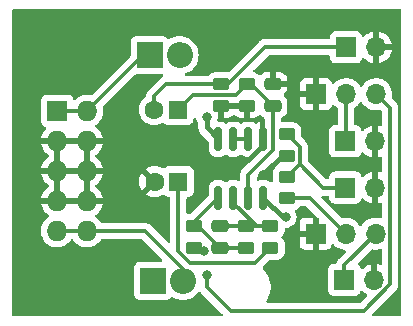
<source format=gtl>
%TF.GenerationSoftware,KiCad,Pcbnew,(6.0.0)*%
%TF.CreationDate,2022-01-30T17:18:11+00:00*%
%TF.ProjectId,aistompboxadapter,61697374-6f6d-4706-926f-786164617074,rev?*%
%TF.SameCoordinates,Original*%
%TF.FileFunction,Copper,L1,Top*%
%TF.FilePolarity,Positive*%
%FSLAX46Y46*%
G04 Gerber Fmt 4.6, Leading zero omitted, Abs format (unit mm)*
G04 Created by KiCad (PCBNEW (6.0.0)) date 2022-01-30 17:18:11*
%MOMM*%
%LPD*%
G01*
G04 APERTURE LIST*
G04 Aperture macros list*
%AMRoundRect*
0 Rectangle with rounded corners*
0 $1 Rounding radius*
0 $2 $3 $4 $5 $6 $7 $8 $9 X,Y pos of 4 corners*
0 Add a 4 corners polygon primitive as box body*
4,1,4,$2,$3,$4,$5,$6,$7,$8,$9,$2,$3,0*
0 Add four circle primitives for the rounded corners*
1,1,$1+$1,$2,$3*
1,1,$1+$1,$4,$5*
1,1,$1+$1,$6,$7*
1,1,$1+$1,$8,$9*
0 Add four rect primitives between the rounded corners*
20,1,$1+$1,$2,$3,$4,$5,0*
20,1,$1+$1,$4,$5,$6,$7,0*
20,1,$1+$1,$6,$7,$8,$9,0*
20,1,$1+$1,$8,$9,$2,$3,0*%
G04 Aperture macros list end*
%TA.AperFunction,ComponentPad*%
%ADD10R,1.700000X1.700000*%
%TD*%
%TA.AperFunction,ComponentPad*%
%ADD11O,1.700000X1.700000*%
%TD*%
%TA.AperFunction,SMDPad,CuDef*%
%ADD12RoundRect,0.150000X0.150000X-0.825000X0.150000X0.825000X-0.150000X0.825000X-0.150000X-0.825000X0*%
%TD*%
%TA.AperFunction,SMDPad,CuDef*%
%ADD13RoundRect,0.250000X0.450000X-0.262500X0.450000X0.262500X-0.450000X0.262500X-0.450000X-0.262500X0*%
%TD*%
%TA.AperFunction,ComponentPad*%
%ADD14R,2.200000X2.200000*%
%TD*%
%TA.AperFunction,ComponentPad*%
%ADD15O,2.200000X2.200000*%
%TD*%
%TA.AperFunction,ComponentPad*%
%ADD16R,1.600000X1.600000*%
%TD*%
%TA.AperFunction,ComponentPad*%
%ADD17C,1.600000*%
%TD*%
%TA.AperFunction,SMDPad,CuDef*%
%ADD18RoundRect,0.250000X-0.475000X0.250000X-0.475000X-0.250000X0.475000X-0.250000X0.475000X0.250000X0*%
%TD*%
%TA.AperFunction,SMDPad,CuDef*%
%ADD19RoundRect,0.250000X0.475000X-0.250000X0.475000X0.250000X-0.475000X0.250000X-0.475000X-0.250000X0*%
%TD*%
%TA.AperFunction,SMDPad,CuDef*%
%ADD20RoundRect,0.250000X-0.450000X0.262500X-0.450000X-0.262500X0.450000X-0.262500X0.450000X0.262500X0*%
%TD*%
%TA.AperFunction,ComponentPad*%
%ADD21R,1.727200X1.727200*%
%TD*%
%TA.AperFunction,ComponentPad*%
%ADD22O,1.727200X1.727200*%
%TD*%
%TA.AperFunction,ViaPad*%
%ADD23C,0.800000*%
%TD*%
%TA.AperFunction,Conductor*%
%ADD24C,0.400000*%
%TD*%
%TA.AperFunction,Conductor*%
%ADD25C,0.350000*%
%TD*%
G04 APERTURE END LIST*
D10*
%TO.P,SI,1,Pin_1*%
%TO.N,Net-(J1-Pad1)*%
X232660000Y-46400000D03*
D11*
%TO.P,SI,2,Pin_2*%
%TO.N,GND*%
X235200000Y-46400000D03*
%TD*%
D12*
%TO.P,U1,1*%
%TO.N,Net-(C6-Pad2)*%
X221995000Y-39462500D03*
%TO.P,U1,2,-*%
%TO.N,Net-(C6-Pad1)*%
X223265000Y-39462500D03*
%TO.P,U1,3,+*%
%TO.N,Net-(C1-Pad1)*%
X224535000Y-39462500D03*
%TO.P,U1,4,V-*%
%TO.N,+12V*%
X225805000Y-39462500D03*
%TO.P,U1,5,+*%
%TO.N,GND*%
X225805000Y-34512500D03*
%TO.P,U1,6,-*%
%TO.N,Net-(U1-Pad6)*%
X224535000Y-34512500D03*
%TO.P,U1,7*%
X223265000Y-34512500D03*
%TO.P,U1,8,V+*%
%TO.N,-12V*%
X221995000Y-34512500D03*
%TD*%
D13*
%TO.P,R2,1*%
%TO.N,GND*%
X224400000Y-31675000D03*
%TO.P,R2,2*%
%TO.N,Net-(C1-Pad1)*%
X224400000Y-29850000D03*
%TD*%
%TO.P,R1,1*%
%TO.N,GND*%
X222200000Y-31687500D03*
%TO.P,R1,2*%
%TO.N,Net-(C1-Pad2)*%
X222200000Y-29862500D03*
%TD*%
D14*
%TO.P,D1,1,K*%
%TO.N,+12V*%
X216460000Y-46500000D03*
D15*
%TO.P,D1,2,A*%
%TO.N,Net-(D1-Pad2)*%
X219000000Y-46500000D03*
%TD*%
D10*
%TO.P,ES,1,Pin_1*%
%TO.N,Net-(J4-Pad1)*%
X232725000Y-38600000D03*
D11*
%TO.P,ES,2,Pin_2*%
%TO.N,GND*%
X235265000Y-38600000D03*
%TD*%
D14*
%TO.P,D2,1,K*%
%TO.N,Net-(D2-Pad1)*%
X216160000Y-27400000D03*
D15*
%TO.P,D2,2,A*%
%TO.N,-12V*%
X218700000Y-27400000D03*
%TD*%
D13*
%TO.P,R7,1*%
%TO.N,Net-(R7-Pad1)*%
X219900000Y-43700000D03*
%TO.P,R7,2*%
%TO.N,Net-(C6-Pad2)*%
X219900000Y-41875000D03*
%TD*%
%TO.P,R3,1*%
%TO.N,Net-(R3-Pad1)*%
X227800000Y-39512500D03*
%TO.P,R3,2*%
%TO.N,Net-(J4-Pad1)*%
X227800000Y-37687500D03*
%TD*%
%TO.P,R6,1*%
%TO.N,Net-(C6-Pad2)*%
X224300000Y-43712500D03*
%TO.P,R6,2*%
%TO.N,Net-(C6-Pad1)*%
X224300000Y-41887500D03*
%TD*%
D16*
%TO.P,C3,1*%
%TO.N,Net-(C3-Pad1)*%
X218600000Y-38100000D03*
D17*
%TO.P,C3,2*%
%TO.N,GND*%
X216600000Y-38100000D03*
%TD*%
D13*
%TO.P,R4,1*%
%TO.N,GND*%
X227800000Y-35912500D03*
%TO.P,R4,2*%
%TO.N,Net-(J4-Pad1)*%
X227800000Y-34087500D03*
%TD*%
D18*
%TO.P,C6,1*%
%TO.N,Net-(C6-Pad1)*%
X222100000Y-41837500D03*
%TO.P,C6,2*%
%TO.N,Net-(C6-Pad2)*%
X222100000Y-43737500D03*
%TD*%
D10*
%TO.P,SO,1,Pin_1*%
%TO.N,Net-(J5-Pad1)*%
X232725000Y-34700000D03*
D11*
%TO.P,SO,2,Pin_2*%
%TO.N,GND*%
X235265000Y-34700000D03*
%TD*%
D16*
%TO.P,C1,1*%
%TO.N,Net-(C1-Pad1)*%
X218555113Y-32000000D03*
D17*
%TO.P,C1,2*%
%TO.N,Net-(C1-Pad2)*%
X216555113Y-32000000D03*
%TD*%
D10*
%TO.P,IL,1,1*%
%TO.N,GND*%
X230220000Y-42500000D03*
D11*
%TO.P,IL,2,2*%
%TO.N,Net-(R3-Pad1)*%
X232760000Y-42500000D03*
%TO.P,IL,3,3*%
%TO.N,Net-(J1-Pad1)*%
X235300000Y-42500000D03*
%TD*%
D10*
%TO.P,OL,1,1*%
%TO.N,GND*%
X230260000Y-30700000D03*
D11*
%TO.P,OL,2,2*%
%TO.N,Net-(J5-Pad1)*%
X232800000Y-30700000D03*
%TO.P,OL,3,3*%
%TO.N,Net-(R7-Pad1)*%
X235340000Y-30700000D03*
%TD*%
D19*
%TO.P,C2,1*%
%TO.N,Net-(C1-Pad1)*%
X226600000Y-31712500D03*
%TO.P,C2,2*%
%TO.N,GND*%
X226600000Y-29812500D03*
%TD*%
D20*
%TO.P,R5,1*%
%TO.N,Net-(C6-Pad1)*%
X226400000Y-41875000D03*
%TO.P,R5,2*%
%TO.N,Net-(C3-Pad1)*%
X226400000Y-43700000D03*
%TD*%
D21*
%TO.P,J3,1,Pin_1*%
%TO.N,Net-(D2-Pad1)*%
X208330000Y-32120000D03*
D22*
%TO.P,J3,2,Pin_2*%
X210870000Y-32120000D03*
%TO.P,J3,3,Pin_3*%
%TO.N,GND*%
X208330000Y-34660000D03*
%TO.P,J3,4,Pin_4*%
X210870000Y-34660000D03*
%TO.P,J3,5,Pin_5*%
X208330000Y-37200000D03*
%TO.P,J3,6,Pin_6*%
X210870000Y-37200000D03*
%TO.P,J3,7,Pin_7*%
X208330000Y-39740000D03*
%TO.P,J3,8,Pin_8*%
X210870000Y-39740000D03*
%TO.P,J3,9,Pin_9*%
%TO.N,Net-(D1-Pad2)*%
X208330000Y-42280000D03*
%TO.P,J3,10,Pin_10*%
X210870000Y-42280000D03*
%TD*%
D10*
%TO.P,ER,1,Pin_1*%
%TO.N,Net-(C1-Pad2)*%
X232800000Y-26725000D03*
D11*
%TO.P,ER,2,Pin_2*%
%TO.N,GND*%
X235340000Y-26725000D03*
%TD*%
D23*
%TO.N,GND*%
X224000000Y-36300000D03*
%TO.N,-12V*%
X221000000Y-32600000D03*
%TO.N,+12V*%
X227700000Y-41100000D03*
%TO.N,GND*%
X225800000Y-37500000D03*
%TO.N,Net-(R7-Pad1)*%
X221000000Y-46000000D03*
X220775669Y-44004487D03*
%TD*%
D24*
%TO.N,GND*%
X224499638Y-36300000D02*
X224000000Y-36300000D01*
X225805000Y-34994638D02*
X224499638Y-36300000D01*
X225805000Y-34512500D02*
X225805000Y-34994638D01*
%TO.N,-12V*%
X221000000Y-33517500D02*
X221995000Y-34512500D01*
X221000000Y-32600000D02*
X221000000Y-33517500D01*
%TO.N,+12V*%
X227442500Y-41100000D02*
X225805000Y-39462500D01*
X227700000Y-41100000D02*
X227442500Y-41100000D01*
%TO.N,GND*%
X227387500Y-35912500D02*
X225800000Y-37500000D01*
X227800000Y-35912500D02*
X227387500Y-35912500D01*
D25*
%TO.N,Net-(C1-Pad1)*%
X224400000Y-29850000D02*
X224737500Y-29850000D01*
X223500480Y-30749520D02*
X224400000Y-29850000D01*
X226600000Y-35434283D02*
X224535000Y-37499283D01*
X224535000Y-37499283D02*
X224535000Y-39462500D01*
X219805593Y-30749520D02*
X223500480Y-30749520D01*
X218555113Y-32000000D02*
X219805593Y-30749520D01*
X224737500Y-29850000D02*
X226600000Y-31712500D01*
X226600000Y-31712500D02*
X226600000Y-35434283D01*
%TO.N,Net-(C3-Pad1)*%
X219579775Y-44975479D02*
X218600000Y-43995704D01*
X218600000Y-43995704D02*
X218600000Y-38100000D01*
X226400000Y-43700000D02*
X225124521Y-44975479D01*
X225124521Y-44975479D02*
X219579775Y-44975479D01*
%TO.N,Net-(C6-Pad1)*%
X224300000Y-41887500D02*
X226387500Y-41887500D01*
X222150000Y-41887500D02*
X222100000Y-41837500D01*
X223265000Y-39909283D02*
X223265000Y-39462500D01*
X224300000Y-41887500D02*
X222150000Y-41887500D01*
X225230717Y-41875000D02*
X223265000Y-39909283D01*
X226400000Y-41875000D02*
X225230717Y-41875000D01*
X226387500Y-41887500D02*
X226400000Y-41875000D01*
%TO.N,Net-(C6-Pad2)*%
X220237500Y-41875000D02*
X222100000Y-43737500D01*
X222125000Y-43712500D02*
X222100000Y-43737500D01*
X219900000Y-41875000D02*
X220237500Y-41875000D01*
X224300000Y-43712500D02*
X222125000Y-43712500D01*
X219900000Y-41557500D02*
X221995000Y-39462500D01*
X219900000Y-41875000D02*
X219900000Y-41557500D01*
%TO.N,Net-(D1-Pad2)*%
X215780000Y-42280000D02*
X219000000Y-45500000D01*
X208330000Y-42280000D02*
X210870000Y-42280000D01*
X210870000Y-42280000D02*
X215780000Y-42280000D01*
X219000000Y-45500000D02*
X219000000Y-46500000D01*
%TO.N,Net-(D2-Pad1)*%
X210870000Y-32120000D02*
X215590000Y-27400000D01*
X208330000Y-32120000D02*
X210870000Y-32120000D01*
X215590000Y-27400000D02*
X216160000Y-27400000D01*
%TO.N,Net-(R3-Pad1)*%
X227800000Y-39512500D02*
X229772500Y-39512500D01*
X229772500Y-39512500D02*
X232760000Y-42500000D01*
%TO.N,Net-(R7-Pad1)*%
X234307200Y-49024521D02*
X223024521Y-49024521D01*
X220204487Y-44004487D02*
X219900000Y-43700000D01*
X223024521Y-49024521D02*
X221000000Y-47000000D01*
X220775669Y-44004487D02*
X220204487Y-44004487D01*
X235340000Y-30700000D02*
X236524511Y-31884511D01*
X236524511Y-31884511D02*
X236524511Y-46807210D01*
X221000000Y-47000000D02*
X221000000Y-46000000D01*
X236524511Y-46807210D02*
X234307200Y-49024521D01*
%TO.N,Net-(U1-Pad6)*%
X224535000Y-34512500D02*
X223265000Y-34512500D01*
%TO.N,Net-(C1-Pad2)*%
X217561243Y-29862500D02*
X216555113Y-30868630D01*
X232800000Y-26725000D02*
X225929296Y-26725000D01*
X225929296Y-26725000D02*
X222791796Y-29862500D01*
X222791796Y-29862500D02*
X222200000Y-29862500D01*
X216555113Y-30868630D02*
X216555113Y-32000000D01*
X222200000Y-29862500D02*
X217561243Y-29862500D01*
%TO.N,Net-(J1-Pad1)*%
X232660000Y-45140000D02*
X232660000Y-46400000D01*
X235300000Y-42500000D02*
X232660000Y-45140000D01*
%TO.N,Net-(J4-Pad1)*%
X227800000Y-34087500D02*
X228874520Y-35162020D01*
X230861540Y-38600000D02*
X228874520Y-36612980D01*
X228874520Y-35162020D02*
X228874520Y-36612980D01*
X232725000Y-38600000D02*
X230861540Y-38600000D01*
X228874520Y-36612980D02*
X227800000Y-37687500D01*
%TO.N,Net-(J5-Pad1)*%
X232800000Y-30700000D02*
X232800000Y-34625000D01*
X232800000Y-34625000D02*
X232725000Y-34700000D01*
%TD*%
%TA.AperFunction,Conductor*%
%TO.N,GND*%
G36*
X237434121Y-23528002D02*
G01*
X237480614Y-23581658D01*
X237492000Y-23634000D01*
X237492000Y-49366000D01*
X237471998Y-49434121D01*
X237418342Y-49480614D01*
X237366000Y-49492000D01*
X235110526Y-49492000D01*
X235042405Y-49471998D01*
X234995912Y-49418342D01*
X234985808Y-49348068D01*
X235015302Y-49283488D01*
X235021431Y-49276905D01*
X236987962Y-47310373D01*
X236994227Y-47304519D01*
X237005463Y-47294717D01*
X237036181Y-47267920D01*
X237071560Y-47217581D01*
X237075493Y-47212285D01*
X237108762Y-47169856D01*
X237108763Y-47169855D01*
X237113446Y-47163882D01*
X237116571Y-47156961D01*
X237119184Y-47152646D01*
X237124553Y-47143234D01*
X237126938Y-47138786D01*
X237131306Y-47132571D01*
X237153653Y-47075254D01*
X237156208Y-47069176D01*
X237178397Y-47020033D01*
X237181525Y-47013106D01*
X237182910Y-47005634D01*
X237184430Y-47000783D01*
X237187375Y-46990445D01*
X237188641Y-46985514D01*
X237191400Y-46978438D01*
X237199430Y-46917444D01*
X237200462Y-46910929D01*
X237210288Y-46857911D01*
X237210288Y-46857910D01*
X237211672Y-46850443D01*
X237208220Y-46790568D01*
X237208011Y-46783316D01*
X237208011Y-31912567D01*
X237208303Y-31903997D01*
X237208374Y-31902954D01*
X237212088Y-31848477D01*
X237206986Y-31819239D01*
X237201508Y-31787853D01*
X237200545Y-31781330D01*
X237194069Y-31727819D01*
X237194069Y-31727818D01*
X237193156Y-31720276D01*
X237190470Y-31713166D01*
X237189265Y-31708263D01*
X237186406Y-31697811D01*
X237184952Y-31692995D01*
X237183645Y-31685507D01*
X237158901Y-31629138D01*
X237156436Y-31623099D01*
X237134680Y-31565522D01*
X237130375Y-31559259D01*
X237128028Y-31554769D01*
X237122768Y-31545318D01*
X237120201Y-31540977D01*
X237117150Y-31534026D01*
X237112531Y-31528006D01*
X237112526Y-31527998D01*
X237079692Y-31485209D01*
X237075830Y-31479895D01*
X237040977Y-31429185D01*
X236996187Y-31389278D01*
X236990913Y-31384298D01*
X236706780Y-31100165D01*
X236672754Y-31037853D01*
X236672723Y-30988116D01*
X236672370Y-30988069D01*
X236672722Y-30985398D01*
X236672722Y-30985395D01*
X236674471Y-30972115D01*
X236701092Y-30769908D01*
X236701529Y-30766590D01*
X236701821Y-30754655D01*
X236703074Y-30703365D01*
X236703074Y-30703361D01*
X236703156Y-30700000D01*
X236684852Y-30477361D01*
X236630431Y-30260702D01*
X236541354Y-30055840D01*
X236420014Y-29868277D01*
X236269670Y-29703051D01*
X236265619Y-29699852D01*
X236265615Y-29699848D01*
X236098414Y-29567800D01*
X236098410Y-29567798D01*
X236094359Y-29564598D01*
X236083313Y-29558500D01*
X236042136Y-29535769D01*
X235898789Y-29456638D01*
X235893920Y-29454914D01*
X235893916Y-29454912D01*
X235693087Y-29383795D01*
X235693083Y-29383794D01*
X235688212Y-29382069D01*
X235683119Y-29381162D01*
X235683116Y-29381161D01*
X235473373Y-29343800D01*
X235473367Y-29343799D01*
X235468284Y-29342894D01*
X235394452Y-29341992D01*
X235250081Y-29340228D01*
X235250079Y-29340228D01*
X235244911Y-29340165D01*
X235024091Y-29373955D01*
X234811756Y-29443357D01*
X234781443Y-29459137D01*
X234631678Y-29537100D01*
X234613607Y-29546507D01*
X234609474Y-29549610D01*
X234609471Y-29549612D01*
X234526450Y-29611946D01*
X234434965Y-29680635D01*
X234280629Y-29842138D01*
X234173201Y-29999621D01*
X234118293Y-30044621D01*
X234047768Y-30052792D01*
X233984021Y-30021538D01*
X233963324Y-29997054D01*
X233882822Y-29872617D01*
X233882820Y-29872614D01*
X233880014Y-29868277D01*
X233729670Y-29703051D01*
X233725619Y-29699852D01*
X233725615Y-29699848D01*
X233558414Y-29567800D01*
X233558410Y-29567798D01*
X233554359Y-29564598D01*
X233543313Y-29558500D01*
X233502136Y-29535769D01*
X233358789Y-29456638D01*
X233353920Y-29454914D01*
X233353916Y-29454912D01*
X233153087Y-29383795D01*
X233153083Y-29383794D01*
X233148212Y-29382069D01*
X233143119Y-29381162D01*
X233143116Y-29381161D01*
X232933373Y-29343800D01*
X232933367Y-29343799D01*
X232928284Y-29342894D01*
X232854452Y-29341992D01*
X232710081Y-29340228D01*
X232710079Y-29340228D01*
X232704911Y-29340165D01*
X232484091Y-29373955D01*
X232271756Y-29443357D01*
X232241443Y-29459137D01*
X232091678Y-29537100D01*
X232073607Y-29546507D01*
X232069474Y-29549610D01*
X232069471Y-29549612D01*
X231986450Y-29611946D01*
X231894965Y-29680635D01*
X231891393Y-29684373D01*
X231813898Y-29765466D01*
X231752374Y-29800895D01*
X231681462Y-29797438D01*
X231623676Y-29756192D01*
X231604823Y-29722644D01*
X231563324Y-29611946D01*
X231554786Y-29596351D01*
X231478285Y-29494276D01*
X231465724Y-29481715D01*
X231363649Y-29405214D01*
X231348054Y-29396676D01*
X231227606Y-29351522D01*
X231212351Y-29347895D01*
X231161486Y-29342369D01*
X231154672Y-29342000D01*
X230532115Y-29342000D01*
X230516876Y-29346475D01*
X230515671Y-29347865D01*
X230514000Y-29355548D01*
X230514000Y-32039884D01*
X230518475Y-32055123D01*
X230519865Y-32056328D01*
X230527548Y-32057999D01*
X231154669Y-32057999D01*
X231161490Y-32057629D01*
X231212352Y-32052105D01*
X231227604Y-32048479D01*
X231348054Y-32003324D01*
X231363649Y-31994786D01*
X231465724Y-31918285D01*
X231478285Y-31905724D01*
X231554786Y-31803649D01*
X231563324Y-31788054D01*
X231604225Y-31678952D01*
X231646867Y-31622188D01*
X231713428Y-31597488D01*
X231782777Y-31612696D01*
X231817444Y-31640684D01*
X231842865Y-31670031D01*
X231842869Y-31670035D01*
X231846250Y-31673938D01*
X232018126Y-31816632D01*
X232054072Y-31837637D01*
X232102794Y-31889275D01*
X232116500Y-31946424D01*
X232116500Y-33215500D01*
X232096498Y-33283621D01*
X232042842Y-33330114D01*
X231990500Y-33341500D01*
X231826866Y-33341500D01*
X231764684Y-33348255D01*
X231628295Y-33399385D01*
X231511739Y-33486739D01*
X231424385Y-33603295D01*
X231373255Y-33739684D01*
X231366500Y-33801866D01*
X231366500Y-35598134D01*
X231373255Y-35660316D01*
X231424385Y-35796705D01*
X231511739Y-35913261D01*
X231628295Y-36000615D01*
X231764684Y-36051745D01*
X231826866Y-36058500D01*
X233623134Y-36058500D01*
X233685316Y-36051745D01*
X233821705Y-36000615D01*
X233938261Y-35913261D01*
X234025615Y-35796705D01*
X234039509Y-35759644D01*
X234069798Y-35678848D01*
X234112440Y-35622084D01*
X234179001Y-35597384D01*
X234248350Y-35612592D01*
X234283017Y-35640580D01*
X234308218Y-35669673D01*
X234315580Y-35676883D01*
X234479434Y-35812916D01*
X234487881Y-35818831D01*
X234671756Y-35926279D01*
X234681042Y-35930729D01*
X234880001Y-36006703D01*
X234889899Y-36009579D01*
X234993250Y-36030606D01*
X235007299Y-36029410D01*
X235011000Y-36019065D01*
X235011000Y-33383102D01*
X235007082Y-33369758D01*
X234992806Y-33367771D01*
X234954324Y-33373660D01*
X234944288Y-33376051D01*
X234741868Y-33442212D01*
X234732359Y-33446209D01*
X234543463Y-33544542D01*
X234534738Y-33550036D01*
X234364433Y-33677905D01*
X234356726Y-33684748D01*
X234279478Y-33765584D01*
X234217954Y-33801014D01*
X234147042Y-33797557D01*
X234089255Y-33756311D01*
X234070402Y-33722763D01*
X234028767Y-33611703D01*
X234025615Y-33603295D01*
X233938261Y-33486739D01*
X233821705Y-33399385D01*
X233685316Y-33348255D01*
X233623134Y-33341500D01*
X233609500Y-33341500D01*
X233541379Y-33321498D01*
X233494886Y-33267842D01*
X233483500Y-33215500D01*
X233483500Y-31946129D01*
X233503502Y-31878008D01*
X233536332Y-31843550D01*
X233592271Y-31803649D01*
X233679860Y-31741173D01*
X233687168Y-31733891D01*
X233768992Y-31652352D01*
X233838096Y-31583489D01*
X233845901Y-31572628D01*
X233968453Y-31402077D01*
X233969776Y-31403028D01*
X234016645Y-31359857D01*
X234086580Y-31347625D01*
X234152026Y-31375144D01*
X234179875Y-31406994D01*
X234239987Y-31505088D01*
X234386250Y-31673938D01*
X234558126Y-31816632D01*
X234751000Y-31929338D01*
X234959692Y-32009030D01*
X234964760Y-32010061D01*
X234964763Y-32010062D01*
X235072379Y-32031957D01*
X235178597Y-32053567D01*
X235183772Y-32053757D01*
X235183774Y-32053757D01*
X235396673Y-32061564D01*
X235396677Y-32061564D01*
X235401837Y-32061753D01*
X235406957Y-32061097D01*
X235406959Y-32061097D01*
X235464255Y-32053757D01*
X235623416Y-32033368D01*
X235625687Y-32032687D01*
X235695668Y-32038030D01*
X235740163Y-32066778D01*
X235804106Y-32130721D01*
X235838132Y-32193033D01*
X235841011Y-32219816D01*
X235841011Y-33284981D01*
X235821009Y-33353102D01*
X235767353Y-33399595D01*
X235697079Y-33409699D01*
X235672951Y-33403754D01*
X235617959Y-33384280D01*
X235607988Y-33381646D01*
X235536837Y-33368972D01*
X235523540Y-33370432D01*
X235519000Y-33384989D01*
X235519000Y-36018517D01*
X235523064Y-36032359D01*
X235536478Y-36034393D01*
X235543184Y-36033534D01*
X235553266Y-36031391D01*
X235678804Y-35993728D01*
X235749799Y-35993312D01*
X235809750Y-36031344D01*
X235839621Y-36095751D01*
X235841011Y-36114414D01*
X235841011Y-37184981D01*
X235821009Y-37253102D01*
X235767353Y-37299595D01*
X235697079Y-37309699D01*
X235672951Y-37303754D01*
X235617959Y-37284280D01*
X235607988Y-37281646D01*
X235536837Y-37268972D01*
X235523540Y-37270432D01*
X235519000Y-37284989D01*
X235519000Y-39918517D01*
X235523064Y-39932359D01*
X235536478Y-39934393D01*
X235543184Y-39933534D01*
X235553266Y-39931391D01*
X235678804Y-39893728D01*
X235749799Y-39893312D01*
X235809750Y-39931344D01*
X235839621Y-39995751D01*
X235841011Y-40014414D01*
X235841011Y-41072057D01*
X235821009Y-41140178D01*
X235767353Y-41186671D01*
X235697079Y-41196775D01*
X235672956Y-41190831D01*
X235648212Y-41182069D01*
X235643123Y-41181162D01*
X235643121Y-41181162D01*
X235433373Y-41143800D01*
X235433367Y-41143799D01*
X235428284Y-41142894D01*
X235354452Y-41141992D01*
X235210081Y-41140228D01*
X235210079Y-41140228D01*
X235204911Y-41140165D01*
X234984091Y-41173955D01*
X234771756Y-41243357D01*
X234573607Y-41346507D01*
X234569474Y-41349610D01*
X234569471Y-41349612D01*
X234399100Y-41477530D01*
X234394965Y-41480635D01*
X234391393Y-41484373D01*
X234245593Y-41636944D01*
X234240629Y-41642138D01*
X234133201Y-41799621D01*
X234078293Y-41844621D01*
X234007768Y-41852792D01*
X233944021Y-41821538D01*
X233923324Y-41797054D01*
X233842822Y-41672617D01*
X233842820Y-41672614D01*
X233840014Y-41668277D01*
X233689670Y-41503051D01*
X233685619Y-41499852D01*
X233685615Y-41499848D01*
X233518414Y-41367800D01*
X233518410Y-41367798D01*
X233514359Y-41364598D01*
X233318789Y-41256638D01*
X233313920Y-41254914D01*
X233313916Y-41254912D01*
X233113087Y-41183795D01*
X233113083Y-41183794D01*
X233108212Y-41182069D01*
X233103119Y-41181162D01*
X233103116Y-41181161D01*
X232893373Y-41143800D01*
X232893367Y-41143799D01*
X232888284Y-41142894D01*
X232814452Y-41141992D01*
X232670081Y-41140228D01*
X232670079Y-41140228D01*
X232664911Y-41140165D01*
X232469396Y-41170083D01*
X232399034Y-41160615D01*
X232361243Y-41134628D01*
X230728138Y-39501523D01*
X230694112Y-39439211D01*
X230699177Y-39368396D01*
X230741724Y-39311560D01*
X230808244Y-39286749D01*
X230815909Y-39286716D01*
X230818308Y-39287161D01*
X230825889Y-39286724D01*
X230825890Y-39286724D01*
X230878183Y-39283709D01*
X230885435Y-39283500D01*
X231240500Y-39283500D01*
X231308621Y-39303502D01*
X231355114Y-39357158D01*
X231366500Y-39409500D01*
X231366500Y-39498134D01*
X231373255Y-39560316D01*
X231424385Y-39696705D01*
X231511739Y-39813261D01*
X231628295Y-39900615D01*
X231764684Y-39951745D01*
X231826866Y-39958500D01*
X233623134Y-39958500D01*
X233685316Y-39951745D01*
X233821705Y-39900615D01*
X233938261Y-39813261D01*
X234025615Y-39696705D01*
X234069798Y-39578848D01*
X234112440Y-39522084D01*
X234179001Y-39497384D01*
X234248350Y-39512592D01*
X234283017Y-39540580D01*
X234308218Y-39569673D01*
X234315580Y-39576883D01*
X234479434Y-39712916D01*
X234487881Y-39718831D01*
X234671756Y-39826279D01*
X234681042Y-39830729D01*
X234880001Y-39906703D01*
X234889899Y-39909579D01*
X234993250Y-39930606D01*
X235007299Y-39929410D01*
X235011000Y-39919065D01*
X235011000Y-37283102D01*
X235007082Y-37269758D01*
X234992806Y-37267771D01*
X234954324Y-37273660D01*
X234944288Y-37276051D01*
X234741868Y-37342212D01*
X234732359Y-37346209D01*
X234543463Y-37444542D01*
X234534738Y-37450036D01*
X234364433Y-37577905D01*
X234356726Y-37584748D01*
X234279478Y-37665584D01*
X234217954Y-37701014D01*
X234147042Y-37697557D01*
X234089255Y-37656311D01*
X234070402Y-37622763D01*
X234028767Y-37511703D01*
X234025615Y-37503295D01*
X233938261Y-37386739D01*
X233821705Y-37299385D01*
X233685316Y-37248255D01*
X233623134Y-37241500D01*
X231826866Y-37241500D01*
X231764684Y-37248255D01*
X231628295Y-37299385D01*
X231511739Y-37386739D01*
X231424385Y-37503295D01*
X231373255Y-37639684D01*
X231366500Y-37701866D01*
X231366500Y-37790500D01*
X231346498Y-37858621D01*
X231292842Y-37905114D01*
X231240500Y-37916500D01*
X231196845Y-37916500D01*
X231128724Y-37896498D01*
X231107750Y-37879595D01*
X229594925Y-36366770D01*
X229560899Y-36304458D01*
X229558020Y-36277675D01*
X229558020Y-35190076D01*
X229558312Y-35181506D01*
X229560380Y-35151168D01*
X229562097Y-35125986D01*
X229559046Y-35108500D01*
X229551517Y-35065362D01*
X229550554Y-35058839D01*
X229544078Y-35005328D01*
X229544078Y-35005327D01*
X229543165Y-34997785D01*
X229540479Y-34990675D01*
X229539274Y-34985772D01*
X229536406Y-34975286D01*
X229534959Y-34970494D01*
X229533654Y-34963016D01*
X229530602Y-34956063D01*
X229508925Y-34906679D01*
X229506434Y-34900574D01*
X229487375Y-34850138D01*
X229487373Y-34850135D01*
X229484689Y-34843031D01*
X229480389Y-34836774D01*
X229478053Y-34832306D01*
X229472795Y-34822860D01*
X229470213Y-34818494D01*
X229467158Y-34811535D01*
X229429697Y-34762716D01*
X229425834Y-34757397D01*
X229395289Y-34712955D01*
X229390986Y-34706694D01*
X229346196Y-34666787D01*
X229340922Y-34661807D01*
X229045405Y-34366290D01*
X229011379Y-34303978D01*
X229008500Y-34277195D01*
X229008500Y-33774600D01*
X229007565Y-33765584D01*
X228998238Y-33675692D01*
X228998237Y-33675688D01*
X228997526Y-33668834D01*
X228991861Y-33651852D01*
X228943868Y-33508002D01*
X228941550Y-33501054D01*
X228848478Y-33350652D01*
X228723303Y-33225695D01*
X228717072Y-33221854D01*
X228578968Y-33136725D01*
X228578966Y-33136724D01*
X228572738Y-33132885D01*
X228472923Y-33099778D01*
X228411389Y-33079368D01*
X228411387Y-33079368D01*
X228404861Y-33077203D01*
X228398025Y-33076503D01*
X228398022Y-33076502D01*
X228354969Y-33072091D01*
X228300400Y-33066500D01*
X227409500Y-33066500D01*
X227341379Y-33046498D01*
X227294886Y-32992842D01*
X227283500Y-32940500D01*
X227283500Y-32783357D01*
X227303502Y-32715236D01*
X227357158Y-32668743D01*
X227369622Y-32663834D01*
X227391995Y-32656370D01*
X227392002Y-32656367D01*
X227398946Y-32654050D01*
X227549348Y-32560978D01*
X227570852Y-32539437D01*
X227669134Y-32440983D01*
X227674305Y-32435803D01*
X227686576Y-32415896D01*
X227763275Y-32291468D01*
X227763276Y-32291466D01*
X227767115Y-32285238D01*
X227822797Y-32117361D01*
X227833500Y-32012900D01*
X227833500Y-31594669D01*
X228902001Y-31594669D01*
X228902371Y-31601490D01*
X228907895Y-31652352D01*
X228911521Y-31667604D01*
X228956676Y-31788054D01*
X228965214Y-31803649D01*
X229041715Y-31905724D01*
X229054276Y-31918285D01*
X229156351Y-31994786D01*
X229171946Y-32003324D01*
X229292394Y-32048478D01*
X229307649Y-32052105D01*
X229358514Y-32057631D01*
X229365328Y-32058000D01*
X229987885Y-32058000D01*
X230003124Y-32053525D01*
X230004329Y-32052135D01*
X230006000Y-32044452D01*
X230006000Y-30972115D01*
X230001525Y-30956876D01*
X230000135Y-30955671D01*
X229992452Y-30954000D01*
X228920116Y-30954000D01*
X228904877Y-30958475D01*
X228903672Y-30959865D01*
X228902001Y-30967548D01*
X228902001Y-31594669D01*
X227833500Y-31594669D01*
X227833500Y-31412100D01*
X227833163Y-31408850D01*
X227823238Y-31313192D01*
X227823237Y-31313188D01*
X227822526Y-31306334D01*
X227788675Y-31204869D01*
X227768868Y-31145502D01*
X227766550Y-31138554D01*
X227673478Y-30988152D01*
X227548303Y-30863195D01*
X227543765Y-30860398D01*
X227503176Y-30803147D01*
X227499946Y-30732224D01*
X227535572Y-30670813D01*
X227544068Y-30663438D01*
X227554207Y-30655402D01*
X227668739Y-30540671D01*
X227677751Y-30529260D01*
X227740239Y-30427885D01*
X228902000Y-30427885D01*
X228906475Y-30443124D01*
X228907865Y-30444329D01*
X228915548Y-30446000D01*
X229987885Y-30446000D01*
X230003124Y-30441525D01*
X230004329Y-30440135D01*
X230006000Y-30432452D01*
X230006000Y-29360116D01*
X230001525Y-29344877D01*
X230000135Y-29343672D01*
X229992452Y-29342001D01*
X229365331Y-29342001D01*
X229358510Y-29342371D01*
X229307648Y-29347895D01*
X229292396Y-29351521D01*
X229171946Y-29396676D01*
X229156351Y-29405214D01*
X229054276Y-29481715D01*
X229041715Y-29494276D01*
X228965214Y-29596351D01*
X228956676Y-29611946D01*
X228911522Y-29732394D01*
X228907895Y-29747649D01*
X228902369Y-29798514D01*
X228902000Y-29805328D01*
X228902000Y-30427885D01*
X227740239Y-30427885D01*
X227762816Y-30391257D01*
X227768963Y-30378076D01*
X227820138Y-30223790D01*
X227823005Y-30210414D01*
X227832672Y-30116062D01*
X227833000Y-30109646D01*
X227833000Y-30084615D01*
X227828525Y-30069376D01*
X227827135Y-30068171D01*
X227819452Y-30066500D01*
X226472000Y-30066500D01*
X226403879Y-30046498D01*
X226357386Y-29992842D01*
X226346000Y-29940500D01*
X226346000Y-29540385D01*
X226854000Y-29540385D01*
X226858475Y-29555624D01*
X226859865Y-29556829D01*
X226867548Y-29558500D01*
X227814884Y-29558500D01*
X227830123Y-29554025D01*
X227831328Y-29552635D01*
X227832999Y-29544952D01*
X227832999Y-29515405D01*
X227832662Y-29508886D01*
X227822743Y-29413294D01*
X227819851Y-29399900D01*
X227768412Y-29245716D01*
X227762239Y-29232538D01*
X227676937Y-29094693D01*
X227667901Y-29083292D01*
X227553171Y-28968761D01*
X227541760Y-28959749D01*
X227403757Y-28874684D01*
X227390576Y-28868537D01*
X227236290Y-28817362D01*
X227222914Y-28814495D01*
X227128562Y-28804828D01*
X227122145Y-28804500D01*
X226872115Y-28804500D01*
X226856876Y-28808975D01*
X226855671Y-28810365D01*
X226854000Y-28818048D01*
X226854000Y-29540385D01*
X226346000Y-29540385D01*
X226346000Y-28822616D01*
X226341525Y-28807377D01*
X226340135Y-28806172D01*
X226332452Y-28804501D01*
X226077905Y-28804501D01*
X226071386Y-28804838D01*
X225975794Y-28814757D01*
X225962400Y-28817649D01*
X225808216Y-28869088D01*
X225795038Y-28875261D01*
X225657193Y-28960563D01*
X225645792Y-28969599D01*
X225564548Y-29050984D01*
X225502265Y-29085063D01*
X225431445Y-29080060D01*
X225386357Y-29051139D01*
X225328483Y-28993366D01*
X225323303Y-28988195D01*
X225293135Y-28969599D01*
X225178968Y-28899225D01*
X225178966Y-28899224D01*
X225172738Y-28895385D01*
X225030739Y-28848286D01*
X224972380Y-28807857D01*
X224945143Y-28742293D01*
X224957676Y-28672411D01*
X224981312Y-28639599D01*
X226175506Y-27445405D01*
X226237818Y-27411379D01*
X226264601Y-27408500D01*
X231315500Y-27408500D01*
X231383621Y-27428502D01*
X231430114Y-27482158D01*
X231441500Y-27534500D01*
X231441500Y-27623134D01*
X231448255Y-27685316D01*
X231499385Y-27821705D01*
X231586739Y-27938261D01*
X231703295Y-28025615D01*
X231839684Y-28076745D01*
X231901866Y-28083500D01*
X233698134Y-28083500D01*
X233760316Y-28076745D01*
X233896705Y-28025615D01*
X234013261Y-27938261D01*
X234100615Y-27821705D01*
X234144798Y-27703848D01*
X234187440Y-27647084D01*
X234254001Y-27622384D01*
X234323350Y-27637592D01*
X234358017Y-27665580D01*
X234383218Y-27694673D01*
X234390580Y-27701883D01*
X234554434Y-27837916D01*
X234562881Y-27843831D01*
X234746756Y-27951279D01*
X234756042Y-27955729D01*
X234955001Y-28031703D01*
X234964899Y-28034579D01*
X235068250Y-28055606D01*
X235082299Y-28054410D01*
X235086000Y-28044065D01*
X235086000Y-28043517D01*
X235594000Y-28043517D01*
X235598064Y-28057359D01*
X235611478Y-28059393D01*
X235618184Y-28058534D01*
X235628262Y-28056392D01*
X235832255Y-27995191D01*
X235841842Y-27991433D01*
X236033095Y-27897739D01*
X236041945Y-27892464D01*
X236215328Y-27768792D01*
X236223200Y-27762139D01*
X236374052Y-27611812D01*
X236380730Y-27603965D01*
X236505003Y-27431020D01*
X236510313Y-27422183D01*
X236604670Y-27231267D01*
X236608469Y-27221672D01*
X236670377Y-27017910D01*
X236672555Y-27007837D01*
X236673986Y-26996962D01*
X236671775Y-26982778D01*
X236658617Y-26979000D01*
X235612115Y-26979000D01*
X235596876Y-26983475D01*
X235595671Y-26984865D01*
X235594000Y-26992548D01*
X235594000Y-28043517D01*
X235086000Y-28043517D01*
X235086000Y-26452885D01*
X235594000Y-26452885D01*
X235598475Y-26468124D01*
X235599865Y-26469329D01*
X235607548Y-26471000D01*
X236658344Y-26471000D01*
X236671875Y-26467027D01*
X236673180Y-26457947D01*
X236631214Y-26290875D01*
X236627894Y-26281124D01*
X236542972Y-26085814D01*
X236538105Y-26076739D01*
X236422426Y-25897926D01*
X236416136Y-25889757D01*
X236272806Y-25732240D01*
X236265273Y-25725215D01*
X236098139Y-25593222D01*
X236089552Y-25587517D01*
X235903117Y-25484599D01*
X235893705Y-25480369D01*
X235692959Y-25409280D01*
X235682988Y-25406646D01*
X235611837Y-25393972D01*
X235598540Y-25395432D01*
X235594000Y-25409989D01*
X235594000Y-26452885D01*
X235086000Y-26452885D01*
X235086000Y-25408102D01*
X235082082Y-25394758D01*
X235067806Y-25392771D01*
X235029324Y-25398660D01*
X235019288Y-25401051D01*
X234816868Y-25467212D01*
X234807359Y-25471209D01*
X234618463Y-25569542D01*
X234609738Y-25575036D01*
X234439433Y-25702905D01*
X234431726Y-25709748D01*
X234354478Y-25790584D01*
X234292954Y-25826014D01*
X234222042Y-25822557D01*
X234164255Y-25781311D01*
X234145402Y-25747763D01*
X234103767Y-25636703D01*
X234100615Y-25628295D01*
X234013261Y-25511739D01*
X233896705Y-25424385D01*
X233760316Y-25373255D01*
X233698134Y-25366500D01*
X231901866Y-25366500D01*
X231839684Y-25373255D01*
X231703295Y-25424385D01*
X231586739Y-25511739D01*
X231499385Y-25628295D01*
X231448255Y-25764684D01*
X231441500Y-25826866D01*
X231441500Y-25915500D01*
X231421498Y-25983621D01*
X231367842Y-26030114D01*
X231315500Y-26041500D01*
X225957341Y-26041500D01*
X225948772Y-26041208D01*
X225900838Y-26037940D01*
X225900834Y-26037940D01*
X225893262Y-26037424D01*
X225885785Y-26038729D01*
X225885782Y-26038729D01*
X225832649Y-26048002D01*
X225826125Y-26048965D01*
X225772605Y-26055442D01*
X225765061Y-26056355D01*
X225757951Y-26059042D01*
X225753048Y-26060246D01*
X225742562Y-26063114D01*
X225737770Y-26064561D01*
X225730292Y-26065866D01*
X225723340Y-26068918D01*
X225723339Y-26068918D01*
X225673955Y-26090595D01*
X225667850Y-26093086D01*
X225617414Y-26112145D01*
X225617411Y-26112147D01*
X225610307Y-26114831D01*
X225604050Y-26119131D01*
X225599582Y-26121467D01*
X225590136Y-26126725D01*
X225585770Y-26129307D01*
X225578811Y-26132362D01*
X225529992Y-26169823D01*
X225524673Y-26173686D01*
X225489966Y-26197540D01*
X225473970Y-26208534D01*
X225468919Y-26214203D01*
X225434064Y-26253323D01*
X225429083Y-26258598D01*
X222874986Y-28812695D01*
X222812674Y-28846721D01*
X222773051Y-28848944D01*
X222700400Y-28841500D01*
X221699600Y-28841500D01*
X221696354Y-28841837D01*
X221696350Y-28841837D01*
X221600692Y-28851762D01*
X221600688Y-28851763D01*
X221593834Y-28852474D01*
X221587298Y-28854655D01*
X221587296Y-28854655D01*
X221525533Y-28875261D01*
X221426054Y-28908450D01*
X221275652Y-29001522D01*
X221150695Y-29126697D01*
X221147739Y-29131493D01*
X221090386Y-29172155D01*
X221049422Y-29179000D01*
X219240389Y-29179000D01*
X219172268Y-29158998D01*
X219125775Y-29105342D01*
X219115671Y-29035068D01*
X219145165Y-28970488D01*
X219198773Y-28934944D01*
X219198591Y-28934505D01*
X219252184Y-28912306D01*
X219427928Y-28839511D01*
X219427932Y-28839509D01*
X219432502Y-28837616D01*
X219648376Y-28705328D01*
X219840898Y-28540898D01*
X220005328Y-28348376D01*
X220137616Y-28132502D01*
X220157914Y-28083500D01*
X220232611Y-27903164D01*
X220232612Y-27903162D01*
X220234505Y-27898591D01*
X220267264Y-27762139D01*
X220292454Y-27657216D01*
X220292455Y-27657210D01*
X220293609Y-27652403D01*
X220313474Y-27400000D01*
X220293609Y-27147597D01*
X220234505Y-26901409D01*
X220137616Y-26667498D01*
X220005328Y-26451624D01*
X219840898Y-26259102D01*
X219648376Y-26094672D01*
X219432502Y-25962384D01*
X219427932Y-25960491D01*
X219427928Y-25960489D01*
X219203164Y-25867389D01*
X219203162Y-25867388D01*
X219198591Y-25865495D01*
X219113968Y-25845179D01*
X218957216Y-25807546D01*
X218957210Y-25807545D01*
X218952403Y-25806391D01*
X218700000Y-25786526D01*
X218447597Y-25806391D01*
X218442790Y-25807545D01*
X218442784Y-25807546D01*
X218286032Y-25845179D01*
X218201409Y-25865495D01*
X218196838Y-25867388D01*
X218196836Y-25867389D01*
X217972072Y-25960489D01*
X217972068Y-25960491D01*
X217967498Y-25962384D01*
X217963278Y-25964970D01*
X217842614Y-26038913D01*
X217774080Y-26057451D01*
X217706404Y-26035995D01*
X217675953Y-26007046D01*
X217658397Y-25983621D01*
X217623261Y-25936739D01*
X217506705Y-25849385D01*
X217370316Y-25798255D01*
X217308134Y-25791500D01*
X215011866Y-25791500D01*
X214949684Y-25798255D01*
X214813295Y-25849385D01*
X214696739Y-25936739D01*
X214609385Y-26053295D01*
X214558255Y-26189684D01*
X214551500Y-26251866D01*
X214551500Y-27419695D01*
X214531498Y-27487816D01*
X214514595Y-27508790D01*
X211279051Y-30744334D01*
X211216739Y-30778360D01*
X211167861Y-30779286D01*
X211045159Y-30757429D01*
X211004656Y-30750214D01*
X211004654Y-30750214D01*
X210999569Y-30749308D01*
X210927574Y-30748429D01*
X210779129Y-30746615D01*
X210779127Y-30746615D01*
X210773959Y-30746552D01*
X210550929Y-30780680D01*
X210336468Y-30850777D01*
X210136335Y-30954960D01*
X210132202Y-30958063D01*
X210132199Y-30958065D01*
X210025931Y-31037853D01*
X209955905Y-31090430D01*
X209952333Y-31094168D01*
X209892411Y-31156872D01*
X209830887Y-31192301D01*
X209759975Y-31188844D01*
X209702188Y-31147598D01*
X209683336Y-31114050D01*
X209647367Y-31018103D01*
X209644215Y-31009695D01*
X209556861Y-30893139D01*
X209440305Y-30805785D01*
X209303916Y-30754655D01*
X209241734Y-30747900D01*
X207418266Y-30747900D01*
X207356084Y-30754655D01*
X207219695Y-30805785D01*
X207103139Y-30893139D01*
X207015785Y-31009695D01*
X206964655Y-31146084D01*
X206957900Y-31208266D01*
X206957900Y-33031734D01*
X206964655Y-33093916D01*
X207015785Y-33230305D01*
X207103139Y-33346861D01*
X207219695Y-33434215D01*
X207228104Y-33437367D01*
X207228105Y-33437368D01*
X207323954Y-33473300D01*
X207380719Y-33515941D01*
X207405419Y-33582503D01*
X207390212Y-33651852D01*
X207370819Y-33678333D01*
X207263984Y-33790129D01*
X207257498Y-33798139D01*
X207136232Y-33975908D01*
X207131134Y-33984882D01*
X207040530Y-34180071D01*
X207036967Y-34189758D01*
X206980536Y-34393239D01*
X206982233Y-34402609D01*
X206994610Y-34406000D01*
X212202367Y-34406000D01*
X212215898Y-34402027D01*
X212217203Y-34392947D01*
X212174133Y-34221477D01*
X212170813Y-34211726D01*
X212084999Y-34014365D01*
X212080133Y-34005290D01*
X211963239Y-33824601D01*
X211956947Y-33816430D01*
X211812113Y-33657260D01*
X211804580Y-33650234D01*
X211635691Y-33516855D01*
X211627104Y-33511150D01*
X211608082Y-33500649D01*
X211558111Y-33450216D01*
X211543340Y-33380773D01*
X211568457Y-33314368D01*
X211595801Y-33287768D01*
X211758667Y-33171596D01*
X211918487Y-33012333D01*
X212050150Y-32829105D01*
X212119080Y-32689635D01*
X212147824Y-32631477D01*
X212147825Y-32631475D01*
X212150118Y-32626835D01*
X212210051Y-32429572D01*
X212214206Y-32415896D01*
X212214206Y-32415895D01*
X212215708Y-32410952D01*
X212222161Y-32361940D01*
X212244721Y-32190578D01*
X212244722Y-32190572D01*
X212245158Y-32187256D01*
X212246802Y-32120000D01*
X212228315Y-31895132D01*
X212212224Y-31831072D01*
X212215028Y-31760132D01*
X212245333Y-31711282D01*
X214911804Y-29044811D01*
X214974116Y-29010785D01*
X215007713Y-29008090D01*
X215008469Y-29008131D01*
X215011866Y-29008500D01*
X217197649Y-29008500D01*
X217265770Y-29028502D01*
X217312263Y-29082158D01*
X217322367Y-29152432D01*
X217292873Y-29217012D01*
X217256023Y-29246162D01*
X217249356Y-29249647D01*
X217242254Y-29252331D01*
X217235998Y-29256631D01*
X217231529Y-29258967D01*
X217222083Y-29264225D01*
X217217717Y-29266807D01*
X217210758Y-29269862D01*
X217161939Y-29307323D01*
X217156620Y-29311186D01*
X217117922Y-29337783D01*
X217105917Y-29346034D01*
X217100866Y-29351703D01*
X217066011Y-29390823D01*
X217061030Y-29396098D01*
X216091654Y-30365474D01*
X216085389Y-30371328D01*
X216043443Y-30407920D01*
X216008047Y-30458285D01*
X216004135Y-30463550D01*
X215966178Y-30511958D01*
X215963052Y-30518882D01*
X215960442Y-30523191D01*
X215955071Y-30532606D01*
X215952686Y-30537054D01*
X215948318Y-30543269D01*
X215945559Y-30550346D01*
X215925971Y-30600587D01*
X215923419Y-30606659D01*
X215898099Y-30662735D01*
X215896713Y-30670212D01*
X215895203Y-30675032D01*
X215892231Y-30685465D01*
X215890983Y-30690326D01*
X215888224Y-30697402D01*
X215883640Y-30732224D01*
X215880195Y-30758392D01*
X215879163Y-30764908D01*
X215867952Y-30825397D01*
X215868072Y-30827480D01*
X215844635Y-30892003D01*
X215815393Y-30920574D01*
X215715329Y-30990639D01*
X215715323Y-30990644D01*
X215710813Y-30993802D01*
X215548915Y-31155700D01*
X215545758Y-31160208D01*
X215545756Y-31160211D01*
X215514486Y-31204869D01*
X215417590Y-31343251D01*
X215415267Y-31348233D01*
X215415264Y-31348238D01*
X215328631Y-31534026D01*
X215320829Y-31550757D01*
X215319407Y-31556065D01*
X215319406Y-31556067D01*
X215264727Y-31760132D01*
X215261570Y-31771913D01*
X215241615Y-32000000D01*
X215261570Y-32228087D01*
X215262994Y-32233400D01*
X215262994Y-32233402D01*
X215314871Y-32427006D01*
X215320829Y-32449243D01*
X215323152Y-32454224D01*
X215323152Y-32454225D01*
X215415264Y-32651762D01*
X215415267Y-32651767D01*
X215417590Y-32656749D01*
X215477869Y-32742836D01*
X215544546Y-32838060D01*
X215548915Y-32844300D01*
X215710813Y-33006198D01*
X215715321Y-33009355D01*
X215715324Y-33009357D01*
X215756655Y-33038297D01*
X215898364Y-33137523D01*
X215903346Y-33139846D01*
X215903351Y-33139849D01*
X216097337Y-33230305D01*
X216105870Y-33234284D01*
X216111178Y-33235706D01*
X216111180Y-33235707D01*
X216321711Y-33292119D01*
X216321713Y-33292119D01*
X216327026Y-33293543D01*
X216555113Y-33313498D01*
X216783200Y-33293543D01*
X216788513Y-33292119D01*
X216788515Y-33292119D01*
X216999046Y-33235707D01*
X216999048Y-33235706D01*
X217004356Y-33234284D01*
X217012889Y-33230305D01*
X217206875Y-33139849D01*
X217206880Y-33139846D01*
X217211862Y-33137523D01*
X217217315Y-33133705D01*
X217217799Y-33133541D01*
X217221132Y-33131617D01*
X217221519Y-33132287D01*
X217284587Y-33111012D01*
X217353448Y-33128293D01*
X217378850Y-33151002D01*
X217380121Y-33149731D01*
X217386471Y-33156081D01*
X217391852Y-33163261D01*
X217508408Y-33250615D01*
X217644797Y-33301745D01*
X217706979Y-33308500D01*
X219403247Y-33308500D01*
X219465429Y-33301745D01*
X219601818Y-33250615D01*
X219718374Y-33163261D01*
X219805728Y-33046705D01*
X219856858Y-32910316D01*
X219863613Y-32848134D01*
X219863613Y-32838060D01*
X219883615Y-32769939D01*
X219937271Y-32723446D01*
X220007545Y-32713342D01*
X220072125Y-32742836D01*
X220109446Y-32799124D01*
X220165473Y-32971556D01*
X220168776Y-32977278D01*
X220168777Y-32977279D01*
X220241759Y-33103687D01*
X220260960Y-33136944D01*
X220265379Y-33141852D01*
X220267436Y-33144683D01*
X220291295Y-33211551D01*
X220291500Y-33218744D01*
X220291500Y-33488588D01*
X220291208Y-33497158D01*
X220287978Y-33544542D01*
X220287275Y-33554852D01*
X220288580Y-33562329D01*
X220288580Y-33562330D01*
X220298261Y-33617799D01*
X220299223Y-33624321D01*
X220306898Y-33687742D01*
X220309581Y-33694843D01*
X220310222Y-33697452D01*
X220314685Y-33713762D01*
X220315450Y-33716298D01*
X220316757Y-33723784D01*
X220319811Y-33730741D01*
X220342442Y-33782295D01*
X220344933Y-33788399D01*
X220348613Y-33798139D01*
X220358611Y-33824596D01*
X220367513Y-33848156D01*
X220371817Y-33854419D01*
X220373054Y-33856785D01*
X220381299Y-33871597D01*
X220382632Y-33873851D01*
X220385685Y-33880805D01*
X220390307Y-33886828D01*
X220424579Y-33931491D01*
X220428459Y-33936832D01*
X220460339Y-33983220D01*
X220460344Y-33983225D01*
X220464643Y-33989481D01*
X220470313Y-33994532D01*
X220470314Y-33994534D01*
X220511161Y-34030927D01*
X220516438Y-34035908D01*
X221149596Y-34669067D01*
X221183621Y-34731379D01*
X221186500Y-34758162D01*
X221186500Y-35404002D01*
X221189438Y-35441331D01*
X221235855Y-35601101D01*
X221239892Y-35607927D01*
X221316509Y-35737480D01*
X221316511Y-35737483D01*
X221320547Y-35744307D01*
X221438193Y-35861953D01*
X221445017Y-35865989D01*
X221445020Y-35865991D01*
X221537202Y-35920507D01*
X221581399Y-35946645D01*
X221589010Y-35948856D01*
X221589012Y-35948857D01*
X221641231Y-35964028D01*
X221741169Y-35993062D01*
X221747574Y-35993566D01*
X221747579Y-35993567D01*
X221776042Y-35995807D01*
X221776050Y-35995807D01*
X221778498Y-35996000D01*
X222211502Y-35996000D01*
X222213950Y-35995807D01*
X222213958Y-35995807D01*
X222242421Y-35993567D01*
X222242426Y-35993566D01*
X222248831Y-35993062D01*
X222348769Y-35964028D01*
X222400988Y-35948857D01*
X222400990Y-35948856D01*
X222408601Y-35946645D01*
X222551807Y-35861953D01*
X222554489Y-35859271D01*
X222618861Y-35833998D01*
X222688484Y-35847900D01*
X222704312Y-35858072D01*
X222708193Y-35861953D01*
X222851399Y-35946645D01*
X222859010Y-35948856D01*
X222859012Y-35948857D01*
X222911231Y-35964028D01*
X223011169Y-35993062D01*
X223017574Y-35993566D01*
X223017579Y-35993567D01*
X223046042Y-35995807D01*
X223046050Y-35995807D01*
X223048498Y-35996000D01*
X223481502Y-35996000D01*
X223483950Y-35995807D01*
X223483958Y-35995807D01*
X223512421Y-35993567D01*
X223512426Y-35993566D01*
X223518831Y-35993062D01*
X223618769Y-35964028D01*
X223670988Y-35948857D01*
X223670990Y-35948856D01*
X223678601Y-35946645D01*
X223821807Y-35861953D01*
X223824489Y-35859271D01*
X223888861Y-35833998D01*
X223958484Y-35847900D01*
X223974312Y-35858072D01*
X223978193Y-35861953D01*
X224121399Y-35946645D01*
X224129010Y-35948856D01*
X224129012Y-35948857D01*
X224181231Y-35964028D01*
X224281169Y-35993062D01*
X224287574Y-35993566D01*
X224287579Y-35993567D01*
X224316042Y-35995807D01*
X224316050Y-35995807D01*
X224318498Y-35996000D01*
X224751502Y-35996000D01*
X224753956Y-35995807D01*
X224753978Y-35995806D01*
X224758542Y-35995447D01*
X224828021Y-36010047D01*
X224878577Y-36059892D01*
X224894159Y-36129158D01*
X224869820Y-36195852D01*
X224857527Y-36210141D01*
X224071526Y-36996142D01*
X224065276Y-37001981D01*
X224023330Y-37038573D01*
X223987934Y-37088938D01*
X223984022Y-37094203D01*
X223946065Y-37142611D01*
X223942939Y-37149535D01*
X223940329Y-37153844D01*
X223934958Y-37163259D01*
X223932573Y-37167707D01*
X223928205Y-37173922D01*
X223923893Y-37184981D01*
X223905858Y-37231240D01*
X223903306Y-37237312D01*
X223877986Y-37293388D01*
X223876600Y-37300865D01*
X223875090Y-37305685D01*
X223872118Y-37316118D01*
X223870870Y-37320979D01*
X223868111Y-37328055D01*
X223865721Y-37346209D01*
X223860082Y-37389045D01*
X223859050Y-37395561D01*
X223847839Y-37456050D01*
X223848276Y-37463630D01*
X223848276Y-37463631D01*
X223851291Y-37515925D01*
X223851500Y-37523177D01*
X223851500Y-37912441D01*
X223831498Y-37980562D01*
X223777842Y-38027055D01*
X223707568Y-38037159D01*
X223680583Y-38029527D01*
X223678601Y-38028355D01*
X223670990Y-38026144D01*
X223670988Y-38026143D01*
X223601643Y-38005997D01*
X223518831Y-37981938D01*
X223512426Y-37981434D01*
X223512421Y-37981433D01*
X223483958Y-37979193D01*
X223483950Y-37979193D01*
X223481502Y-37979000D01*
X223048498Y-37979000D01*
X223046050Y-37979193D01*
X223046042Y-37979193D01*
X223017579Y-37981433D01*
X223017574Y-37981434D01*
X223011169Y-37981938D01*
X222928357Y-38005997D01*
X222859012Y-38026143D01*
X222859010Y-38026144D01*
X222851399Y-38028355D01*
X222708193Y-38113047D01*
X222705511Y-38115729D01*
X222641139Y-38141002D01*
X222571516Y-38127100D01*
X222555688Y-38116928D01*
X222551807Y-38113047D01*
X222408601Y-38028355D01*
X222400990Y-38026144D01*
X222400988Y-38026143D01*
X222331643Y-38005997D01*
X222248831Y-37981938D01*
X222242426Y-37981434D01*
X222242421Y-37981433D01*
X222213958Y-37979193D01*
X222213950Y-37979193D01*
X222211502Y-37979000D01*
X221778498Y-37979000D01*
X221776050Y-37979193D01*
X221776042Y-37979193D01*
X221747579Y-37981433D01*
X221747574Y-37981434D01*
X221741169Y-37981938D01*
X221658357Y-38005997D01*
X221589012Y-38026143D01*
X221589010Y-38026144D01*
X221581399Y-38028355D01*
X221574572Y-38032392D01*
X221574573Y-38032392D01*
X221445020Y-38109009D01*
X221445017Y-38109011D01*
X221438193Y-38113047D01*
X221320547Y-38230693D01*
X221316511Y-38237517D01*
X221316509Y-38237520D01*
X221294967Y-38273946D01*
X221235855Y-38373899D01*
X221233644Y-38381510D01*
X221233643Y-38381512D01*
X221225119Y-38410854D01*
X221189438Y-38533669D01*
X221188934Y-38540074D01*
X221188933Y-38540079D01*
X221187671Y-38556114D01*
X221186500Y-38570998D01*
X221186500Y-39252196D01*
X221166498Y-39320317D01*
X221149595Y-39341291D01*
X219673790Y-40817095D01*
X219611478Y-40851121D01*
X219584695Y-40854000D01*
X219409500Y-40854000D01*
X219341379Y-40833998D01*
X219294886Y-40780342D01*
X219283500Y-40728000D01*
X219283500Y-39534500D01*
X219303502Y-39466379D01*
X219357158Y-39419886D01*
X219409500Y-39408500D01*
X219448134Y-39408500D01*
X219510316Y-39401745D01*
X219646705Y-39350615D01*
X219763261Y-39263261D01*
X219850615Y-39146705D01*
X219901745Y-39010316D01*
X219908500Y-38948134D01*
X219908500Y-37251866D01*
X219901745Y-37189684D01*
X219850615Y-37053295D01*
X219763261Y-36936739D01*
X219646705Y-36849385D01*
X219510316Y-36798255D01*
X219448134Y-36791500D01*
X217751866Y-36791500D01*
X217689684Y-36798255D01*
X217553295Y-36849385D01*
X217532775Y-36864764D01*
X217443922Y-36931355D01*
X217443919Y-36931358D01*
X217436739Y-36936739D01*
X217431358Y-36943919D01*
X217425007Y-36950270D01*
X217422865Y-36948128D01*
X217378154Y-36981564D01*
X217307336Y-36986594D01*
X217265965Y-36968477D01*
X217265768Y-36968818D01*
X217262702Y-36967048D01*
X217261910Y-36966701D01*
X217261011Y-36966071D01*
X217251511Y-36960586D01*
X217054053Y-36868510D01*
X217043761Y-36864764D01*
X216833312Y-36808375D01*
X216822519Y-36806472D01*
X216605475Y-36787483D01*
X216594525Y-36787483D01*
X216377481Y-36806472D01*
X216366688Y-36808375D01*
X216156239Y-36864764D01*
X216145947Y-36868510D01*
X215948489Y-36960586D01*
X215938994Y-36966069D01*
X215886952Y-37002509D01*
X215878576Y-37012988D01*
X215885644Y-37026434D01*
X216870115Y-38010905D01*
X216904141Y-38073217D01*
X216899076Y-38144032D01*
X216870115Y-38189095D01*
X215884923Y-39174287D01*
X215878493Y-39186062D01*
X215887789Y-39198077D01*
X215938994Y-39233931D01*
X215948489Y-39239414D01*
X216145947Y-39331490D01*
X216156239Y-39335236D01*
X216366688Y-39391625D01*
X216377481Y-39393528D01*
X216594525Y-39412517D01*
X216605475Y-39412517D01*
X216822519Y-39393528D01*
X216833312Y-39391625D01*
X217043761Y-39335236D01*
X217054053Y-39331490D01*
X217251511Y-39239414D01*
X217261011Y-39233929D01*
X217261910Y-39233299D01*
X217262370Y-39233144D01*
X217265768Y-39231182D01*
X217266162Y-39231865D01*
X217329184Y-39210612D01*
X217398044Y-39227898D01*
X217423803Y-39250934D01*
X217425007Y-39249730D01*
X217431358Y-39256081D01*
X217436739Y-39263261D01*
X217443919Y-39268642D01*
X217443922Y-39268645D01*
X217487730Y-39301477D01*
X217553295Y-39350615D01*
X217689684Y-39401745D01*
X217751866Y-39408500D01*
X217790500Y-39408500D01*
X217858621Y-39428502D01*
X217905114Y-39482158D01*
X217916500Y-39534500D01*
X217916500Y-43145695D01*
X217896498Y-43213816D01*
X217842842Y-43260309D01*
X217772568Y-43270413D01*
X217707988Y-43240919D01*
X217701405Y-43234790D01*
X216283156Y-41816541D01*
X216277302Y-41810276D01*
X216265768Y-41797054D01*
X216240710Y-41768330D01*
X216190345Y-41732934D01*
X216185077Y-41729020D01*
X216142649Y-41695752D01*
X216136672Y-41691065D01*
X216129748Y-41687939D01*
X216125439Y-41685329D01*
X216116024Y-41679958D01*
X216111576Y-41677573D01*
X216105361Y-41673205D01*
X216048039Y-41650856D01*
X216041971Y-41648306D01*
X215985895Y-41622986D01*
X215978418Y-41621600D01*
X215973598Y-41620090D01*
X215963165Y-41617118D01*
X215958304Y-41615870D01*
X215951228Y-41613111D01*
X215890238Y-41605082D01*
X215883722Y-41604050D01*
X215830700Y-41594223D01*
X215823233Y-41592839D01*
X215815653Y-41593276D01*
X215815652Y-41593276D01*
X215763358Y-41596291D01*
X215756106Y-41596500D01*
X212130657Y-41596500D01*
X212062536Y-41576498D01*
X212024865Y-41538940D01*
X211963634Y-41444291D01*
X211963632Y-41444288D01*
X211960826Y-41439951D01*
X211808977Y-41273071D01*
X211804926Y-41269872D01*
X211804922Y-41269868D01*
X211635966Y-41136434D01*
X211635962Y-41136432D01*
X211631911Y-41133232D01*
X211627387Y-41130734D01*
X211627383Y-41130732D01*
X211608048Y-41120058D01*
X211558079Y-41069625D01*
X211543308Y-41000182D01*
X211568426Y-40933777D01*
X211595776Y-40907172D01*
X211754136Y-40794216D01*
X211762003Y-40787567D01*
X211914445Y-40635656D01*
X211921122Y-40627811D01*
X212046702Y-40453047D01*
X212052013Y-40444208D01*
X212147358Y-40251292D01*
X212151156Y-40241699D01*
X212213716Y-40035791D01*
X212215893Y-40025721D01*
X212217705Y-40011960D01*
X212215493Y-39997778D01*
X212202336Y-39994000D01*
X206999283Y-39994000D01*
X206985752Y-39997973D01*
X206984315Y-40007966D01*
X207015542Y-40146528D01*
X207018621Y-40156356D01*
X207099589Y-40355756D01*
X207104232Y-40364947D01*
X207216682Y-40548448D01*
X207222765Y-40556759D01*
X207363665Y-40719417D01*
X207371032Y-40726633D01*
X207536606Y-40864095D01*
X207545057Y-40870013D01*
X207594545Y-40898932D01*
X207643268Y-40950570D01*
X207656339Y-41020353D01*
X207629607Y-41086125D01*
X207598932Y-41113608D01*
X207596335Y-41114960D01*
X207592202Y-41118063D01*
X207592199Y-41118065D01*
X207425325Y-41243357D01*
X207415905Y-41250430D01*
X207350112Y-41319278D01*
X207321125Y-41349612D01*
X207260024Y-41413550D01*
X207132878Y-41599940D01*
X207130704Y-41604624D01*
X207130702Y-41604627D01*
X207048021Y-41782749D01*
X207037881Y-41804593D01*
X206977585Y-42022013D01*
X206953609Y-42246362D01*
X206953906Y-42251514D01*
X206953906Y-42251518D01*
X206964692Y-42438574D01*
X206966597Y-42471614D01*
X206967734Y-42476660D01*
X206967735Y-42476666D01*
X206996560Y-42604572D01*
X207016200Y-42691720D01*
X207018142Y-42696502D01*
X207018143Y-42696506D01*
X207098080Y-42893366D01*
X207101086Y-42900769D01*
X207145636Y-42973468D01*
X207216274Y-43088739D01*
X207218975Y-43093147D01*
X207366702Y-43263687D01*
X207510936Y-43383433D01*
X207532687Y-43401490D01*
X207540299Y-43407810D01*
X207544751Y-43410412D01*
X207544756Y-43410415D01*
X207659113Y-43477240D01*
X207735103Y-43521645D01*
X207945884Y-43602134D01*
X207950952Y-43603165D01*
X207950955Y-43603166D01*
X208017143Y-43616632D01*
X208166981Y-43647117D01*
X208172156Y-43647307D01*
X208172158Y-43647307D01*
X208387292Y-43655196D01*
X208387296Y-43655196D01*
X208392456Y-43655385D01*
X208397576Y-43654729D01*
X208397578Y-43654729D01*
X208466985Y-43645838D01*
X208616253Y-43626716D01*
X208621202Y-43625231D01*
X208621208Y-43625230D01*
X208827413Y-43563365D01*
X208827412Y-43563365D01*
X208832363Y-43561880D01*
X208927419Y-43515312D01*
X209030331Y-43464897D01*
X209030336Y-43464894D01*
X209034982Y-43462618D01*
X209039192Y-43459615D01*
X209039197Y-43459612D01*
X209214455Y-43334601D01*
X209214459Y-43334597D01*
X209218667Y-43331596D01*
X209378487Y-43172333D01*
X209397628Y-43145695D01*
X209490843Y-43015974D01*
X209546837Y-42972326D01*
X209593165Y-42963500D01*
X209608963Y-42963500D01*
X209677084Y-42983502D01*
X209716395Y-43023665D01*
X209756273Y-43088739D01*
X209756278Y-43088745D01*
X209758975Y-43093147D01*
X209906702Y-43263687D01*
X210050936Y-43383433D01*
X210072687Y-43401490D01*
X210080299Y-43407810D01*
X210084751Y-43410412D01*
X210084756Y-43410415D01*
X210199113Y-43477240D01*
X210275103Y-43521645D01*
X210485884Y-43602134D01*
X210490952Y-43603165D01*
X210490955Y-43603166D01*
X210557143Y-43616632D01*
X210706981Y-43647117D01*
X210712156Y-43647307D01*
X210712158Y-43647307D01*
X210927292Y-43655196D01*
X210927296Y-43655196D01*
X210932456Y-43655385D01*
X210937576Y-43654729D01*
X210937578Y-43654729D01*
X211006985Y-43645838D01*
X211156253Y-43626716D01*
X211161202Y-43625231D01*
X211161208Y-43625230D01*
X211367413Y-43563365D01*
X211367412Y-43563365D01*
X211372363Y-43561880D01*
X211467419Y-43515312D01*
X211570331Y-43464897D01*
X211570336Y-43464894D01*
X211574982Y-43462618D01*
X211579192Y-43459615D01*
X211579197Y-43459612D01*
X211754455Y-43334601D01*
X211754459Y-43334597D01*
X211758667Y-43331596D01*
X211918487Y-43172333D01*
X211937628Y-43145695D01*
X212030843Y-43015974D01*
X212086837Y-42972326D01*
X212133165Y-42963500D01*
X215444695Y-42963500D01*
X215512816Y-42983502D01*
X215533790Y-43000405D01*
X217209790Y-44676405D01*
X217243816Y-44738717D01*
X217238751Y-44809532D01*
X217196204Y-44866368D01*
X217129684Y-44891179D01*
X217120695Y-44891500D01*
X215311866Y-44891500D01*
X215249684Y-44898255D01*
X215113295Y-44949385D01*
X214996739Y-45036739D01*
X214909385Y-45153295D01*
X214858255Y-45289684D01*
X214851500Y-45351866D01*
X214851500Y-47648134D01*
X214858255Y-47710316D01*
X214909385Y-47846705D01*
X214996739Y-47963261D01*
X215113295Y-48050615D01*
X215249684Y-48101745D01*
X215311866Y-48108500D01*
X217608134Y-48108500D01*
X217670316Y-48101745D01*
X217806705Y-48050615D01*
X217923261Y-47963261D01*
X217975954Y-47892954D01*
X218032813Y-47850440D01*
X218103631Y-47845415D01*
X218142615Y-47861087D01*
X218267498Y-47937616D01*
X218272068Y-47939509D01*
X218272072Y-47939511D01*
X218496836Y-48032611D01*
X218501409Y-48034505D01*
X218568513Y-48050615D01*
X218742784Y-48092454D01*
X218742790Y-48092455D01*
X218747597Y-48093609D01*
X219000000Y-48113474D01*
X219252403Y-48093609D01*
X219257210Y-48092455D01*
X219257216Y-48092454D01*
X219431487Y-48050615D01*
X219498591Y-48034505D01*
X219503164Y-48032611D01*
X219727928Y-47939511D01*
X219727932Y-47939509D01*
X219732502Y-47937616D01*
X219948376Y-47805328D01*
X220140898Y-47640898D01*
X220144106Y-47637142D01*
X220296300Y-47458947D01*
X220355751Y-47420138D01*
X220426746Y-47419632D01*
X220483434Y-47455438D01*
X220483534Y-47455326D01*
X220489202Y-47460376D01*
X220528323Y-47495232D01*
X220533598Y-47500213D01*
X222310290Y-49276905D01*
X222344316Y-49339217D01*
X222339251Y-49410032D01*
X222296704Y-49466868D01*
X222230184Y-49491679D01*
X222221195Y-49492000D01*
X204634000Y-49492000D01*
X204565879Y-49471998D01*
X204519386Y-49418342D01*
X204508000Y-49366000D01*
X204508000Y-39473239D01*
X206980536Y-39473239D01*
X206982233Y-39482609D01*
X206994610Y-39486000D01*
X208057885Y-39486000D01*
X208073124Y-39481525D01*
X208074329Y-39480135D01*
X208076000Y-39472452D01*
X208076000Y-39467885D01*
X208584000Y-39467885D01*
X208588475Y-39483124D01*
X208589865Y-39484329D01*
X208597548Y-39486000D01*
X210597885Y-39486000D01*
X210613124Y-39481525D01*
X210614329Y-39480135D01*
X210616000Y-39472452D01*
X210616000Y-39467885D01*
X211124000Y-39467885D01*
X211128475Y-39483124D01*
X211129865Y-39484329D01*
X211137548Y-39486000D01*
X212202367Y-39486000D01*
X212215898Y-39482027D01*
X212217203Y-39472947D01*
X212174133Y-39301477D01*
X212170813Y-39291726D01*
X212084999Y-39094365D01*
X212080133Y-39085290D01*
X211963239Y-38904601D01*
X211956947Y-38896430D01*
X211812113Y-38737260D01*
X211804580Y-38730234D01*
X211635691Y-38596855D01*
X211627108Y-38591153D01*
X211607599Y-38580383D01*
X211557628Y-38529950D01*
X211542856Y-38460507D01*
X211567972Y-38394102D01*
X211595323Y-38367496D01*
X211754133Y-38254217D01*
X211762003Y-38247567D01*
X211904592Y-38105475D01*
X215287483Y-38105475D01*
X215306472Y-38322519D01*
X215308375Y-38333312D01*
X215364764Y-38543761D01*
X215368510Y-38554053D01*
X215460586Y-38751511D01*
X215466069Y-38761006D01*
X215502509Y-38813048D01*
X215512988Y-38821424D01*
X215526434Y-38814356D01*
X216227978Y-38112812D01*
X216235592Y-38098868D01*
X216235461Y-38097035D01*
X216231210Y-38090420D01*
X215525713Y-37384923D01*
X215513938Y-37378493D01*
X215501923Y-37387789D01*
X215466069Y-37438994D01*
X215460586Y-37448489D01*
X215368510Y-37645947D01*
X215364764Y-37656239D01*
X215308375Y-37866688D01*
X215306472Y-37877481D01*
X215287483Y-38094525D01*
X215287483Y-38105475D01*
X211904592Y-38105475D01*
X211914445Y-38095656D01*
X211921122Y-38087811D01*
X212046702Y-37913047D01*
X212052013Y-37904208D01*
X212147358Y-37711292D01*
X212151156Y-37701699D01*
X212213716Y-37495791D01*
X212215893Y-37485721D01*
X212217705Y-37471960D01*
X212215493Y-37457778D01*
X212202336Y-37454000D01*
X211142115Y-37454000D01*
X211126876Y-37458475D01*
X211125671Y-37459865D01*
X211124000Y-37467548D01*
X211124000Y-39467885D01*
X210616000Y-39467885D01*
X210616000Y-37472115D01*
X210611525Y-37456876D01*
X210610135Y-37455671D01*
X210602452Y-37454000D01*
X208602115Y-37454000D01*
X208586876Y-37458475D01*
X208585671Y-37459865D01*
X208584000Y-37467548D01*
X208584000Y-39467885D01*
X208076000Y-39467885D01*
X208076000Y-37472115D01*
X208071525Y-37456876D01*
X208070135Y-37455671D01*
X208062452Y-37454000D01*
X206999283Y-37454000D01*
X206985752Y-37457973D01*
X206984315Y-37467966D01*
X207015542Y-37606528D01*
X207018621Y-37616356D01*
X207099589Y-37815756D01*
X207104232Y-37824947D01*
X207216682Y-38008448D01*
X207222765Y-38016759D01*
X207363665Y-38179417D01*
X207371032Y-38186633D01*
X207536606Y-38324095D01*
X207545053Y-38330010D01*
X207595031Y-38359215D01*
X207643755Y-38410854D01*
X207656826Y-38480636D01*
X207630095Y-38546408D01*
X207598605Y-38574622D01*
X207592469Y-38578486D01*
X207420373Y-38707700D01*
X207412666Y-38714543D01*
X207263984Y-38870129D01*
X207257498Y-38878139D01*
X207136232Y-39055908D01*
X207131134Y-39064882D01*
X207040530Y-39260071D01*
X207036967Y-39269758D01*
X206980536Y-39473239D01*
X204508000Y-39473239D01*
X204508000Y-36933239D01*
X206980536Y-36933239D01*
X206982233Y-36942609D01*
X206994610Y-36946000D01*
X208057885Y-36946000D01*
X208073124Y-36941525D01*
X208074329Y-36940135D01*
X208076000Y-36932452D01*
X208076000Y-36927885D01*
X208584000Y-36927885D01*
X208588475Y-36943124D01*
X208589865Y-36944329D01*
X208597548Y-36946000D01*
X210597885Y-36946000D01*
X210613124Y-36941525D01*
X210614329Y-36940135D01*
X210616000Y-36932452D01*
X210616000Y-36927885D01*
X211124000Y-36927885D01*
X211128475Y-36943124D01*
X211129865Y-36944329D01*
X211137548Y-36946000D01*
X212202367Y-36946000D01*
X212215898Y-36942027D01*
X212217203Y-36932947D01*
X212174133Y-36761477D01*
X212170813Y-36751726D01*
X212084999Y-36554365D01*
X212080133Y-36545290D01*
X211963239Y-36364601D01*
X211956947Y-36356430D01*
X211812113Y-36197260D01*
X211804580Y-36190234D01*
X211635691Y-36056855D01*
X211627108Y-36051153D01*
X211607599Y-36040383D01*
X211557628Y-35989950D01*
X211542856Y-35920507D01*
X211567972Y-35854102D01*
X211595323Y-35827496D01*
X211754133Y-35714217D01*
X211762003Y-35707567D01*
X211914445Y-35555656D01*
X211921122Y-35547811D01*
X212046702Y-35373047D01*
X212052013Y-35364208D01*
X212147358Y-35171292D01*
X212151156Y-35161699D01*
X212213716Y-34955791D01*
X212215893Y-34945721D01*
X212217705Y-34931960D01*
X212215493Y-34917778D01*
X212202336Y-34914000D01*
X211142115Y-34914000D01*
X211126876Y-34918475D01*
X211125671Y-34919865D01*
X211124000Y-34927548D01*
X211124000Y-36927885D01*
X210616000Y-36927885D01*
X210616000Y-34932115D01*
X210611525Y-34916876D01*
X210610135Y-34915671D01*
X210602452Y-34914000D01*
X208602115Y-34914000D01*
X208586876Y-34918475D01*
X208585671Y-34919865D01*
X208584000Y-34927548D01*
X208584000Y-36927885D01*
X208076000Y-36927885D01*
X208076000Y-34932115D01*
X208071525Y-34916876D01*
X208070135Y-34915671D01*
X208062452Y-34914000D01*
X206999283Y-34914000D01*
X206985752Y-34917973D01*
X206984315Y-34927966D01*
X207015542Y-35066528D01*
X207018621Y-35076356D01*
X207099589Y-35275756D01*
X207104232Y-35284947D01*
X207216682Y-35468448D01*
X207222765Y-35476759D01*
X207363665Y-35639417D01*
X207371032Y-35646633D01*
X207536606Y-35784095D01*
X207545053Y-35790010D01*
X207595031Y-35819215D01*
X207643755Y-35870854D01*
X207656826Y-35940636D01*
X207630095Y-36006408D01*
X207598605Y-36034622D01*
X207592469Y-36038486D01*
X207420373Y-36167700D01*
X207412666Y-36174543D01*
X207263984Y-36330129D01*
X207257498Y-36338139D01*
X207136232Y-36515908D01*
X207131134Y-36524882D01*
X207040530Y-36720071D01*
X207036967Y-36729758D01*
X206980536Y-36933239D01*
X204508000Y-36933239D01*
X204508000Y-23634000D01*
X204528002Y-23565879D01*
X204581658Y-23519386D01*
X204634000Y-23508000D01*
X237366000Y-23508000D01*
X237434121Y-23528002D01*
G37*
%TD.AperFunction*%
%TA.AperFunction,Conductor*%
G36*
X229505316Y-40216002D02*
G01*
X229526290Y-40232905D01*
X230437095Y-41143710D01*
X230471121Y-41206022D01*
X230474000Y-41232805D01*
X230474000Y-43839884D01*
X230478475Y-43855123D01*
X230479865Y-43856328D01*
X230487548Y-43857999D01*
X231114669Y-43857999D01*
X231121490Y-43857629D01*
X231172352Y-43852105D01*
X231187604Y-43848479D01*
X231308054Y-43803324D01*
X231323649Y-43794786D01*
X231425724Y-43718285D01*
X231438285Y-43705724D01*
X231514786Y-43603649D01*
X231523324Y-43588054D01*
X231564225Y-43478952D01*
X231606867Y-43422188D01*
X231673428Y-43397488D01*
X231742777Y-43412696D01*
X231777444Y-43440684D01*
X231802865Y-43470031D01*
X231802869Y-43470035D01*
X231806250Y-43473938D01*
X231978126Y-43616632D01*
X232171000Y-43729338D01*
X232379692Y-43809030D01*
X232384760Y-43810061D01*
X232384763Y-43810062D01*
X232477518Y-43828933D01*
X232598597Y-43853567D01*
X232603772Y-43853757D01*
X232603774Y-43853757D01*
X232657330Y-43855721D01*
X232677439Y-43856458D01*
X232744781Y-43878942D01*
X232789277Y-43934266D01*
X232796799Y-44004863D01*
X232761917Y-44071468D01*
X232196541Y-44636844D01*
X232190276Y-44642698D01*
X232148330Y-44679290D01*
X232112934Y-44729655D01*
X232109022Y-44734920D01*
X232071065Y-44783328D01*
X232067939Y-44790252D01*
X232065329Y-44794561D01*
X232059958Y-44803976D01*
X232057573Y-44808424D01*
X232053205Y-44814639D01*
X232050446Y-44821716D01*
X232030858Y-44871957D01*
X232028306Y-44878029D01*
X232002986Y-44934105D01*
X232001601Y-44941580D01*
X231999331Y-44948823D01*
X231997259Y-44948174D01*
X231970101Y-45001794D01*
X231908872Y-45037732D01*
X231878289Y-45041500D01*
X231761866Y-45041500D01*
X231699684Y-45048255D01*
X231563295Y-45099385D01*
X231446739Y-45186739D01*
X231359385Y-45303295D01*
X231308255Y-45439684D01*
X231301500Y-45501866D01*
X231301500Y-47298134D01*
X231308255Y-47360316D01*
X231359385Y-47496705D01*
X231446739Y-47613261D01*
X231563295Y-47700615D01*
X231699684Y-47751745D01*
X231761866Y-47758500D01*
X233558134Y-47758500D01*
X233620316Y-47751745D01*
X233756705Y-47700615D01*
X233873261Y-47613261D01*
X233960615Y-47496705D01*
X233980548Y-47443534D01*
X234004798Y-47378848D01*
X234047440Y-47322084D01*
X234114001Y-47297384D01*
X234183350Y-47312592D01*
X234218017Y-47340580D01*
X234243218Y-47369673D01*
X234250580Y-47376883D01*
X234414434Y-47512916D01*
X234422876Y-47518828D01*
X234549107Y-47592592D01*
X234597830Y-47644231D01*
X234610901Y-47714014D01*
X234584169Y-47779786D01*
X234574631Y-47790475D01*
X234060990Y-48304116D01*
X233998678Y-48338142D01*
X233971895Y-48341021D01*
X226176156Y-48341021D01*
X226108035Y-48321019D01*
X226061542Y-48267363D01*
X226051438Y-48197089D01*
X226068724Y-48149186D01*
X226170680Y-47982810D01*
X226170684Y-47982802D01*
X226172927Y-47979142D01*
X226288483Y-47715898D01*
X226292837Y-47700615D01*
X226350922Y-47496705D01*
X226367244Y-47439406D01*
X226407751Y-47154784D01*
X226407868Y-47132571D01*
X226409235Y-46871583D01*
X226409235Y-46871576D01*
X226409257Y-46867297D01*
X226408022Y-46857911D01*
X226381176Y-46654000D01*
X226371732Y-46582266D01*
X226295871Y-46304964D01*
X226285295Y-46280170D01*
X226184763Y-46044476D01*
X226184761Y-46044472D01*
X226183077Y-46040524D01*
X226049082Y-45816635D01*
X226037643Y-45797521D01*
X226037640Y-45797517D01*
X226035439Y-45793839D01*
X225855687Y-45569472D01*
X225852585Y-45566528D01*
X225852581Y-45566524D01*
X225765542Y-45483927D01*
X225729898Y-45422527D01*
X225733107Y-45351603D01*
X225763180Y-45303435D01*
X226308710Y-44757905D01*
X226371022Y-44723879D01*
X226397805Y-44721000D01*
X226900400Y-44721000D01*
X226903646Y-44720663D01*
X226903650Y-44720663D01*
X226999308Y-44710738D01*
X226999312Y-44710737D01*
X227006166Y-44710026D01*
X227012702Y-44707845D01*
X227012704Y-44707845D01*
X227166998Y-44656368D01*
X227173946Y-44654050D01*
X227324348Y-44560978D01*
X227449305Y-44435803D01*
X227542115Y-44285238D01*
X227597797Y-44117361D01*
X227608500Y-44012900D01*
X227608500Y-43394669D01*
X228862001Y-43394669D01*
X228862371Y-43401490D01*
X228867895Y-43452352D01*
X228871521Y-43467604D01*
X228916676Y-43588054D01*
X228925214Y-43603649D01*
X229001715Y-43705724D01*
X229014276Y-43718285D01*
X229116351Y-43794786D01*
X229131946Y-43803324D01*
X229252394Y-43848478D01*
X229267649Y-43852105D01*
X229318514Y-43857631D01*
X229325328Y-43858000D01*
X229947885Y-43858000D01*
X229963124Y-43853525D01*
X229964329Y-43852135D01*
X229966000Y-43844452D01*
X229966000Y-42772115D01*
X229961525Y-42756876D01*
X229960135Y-42755671D01*
X229952452Y-42754000D01*
X228880116Y-42754000D01*
X228864877Y-42758475D01*
X228863672Y-42759865D01*
X228862001Y-42767548D01*
X228862001Y-43394669D01*
X227608500Y-43394669D01*
X227608500Y-43387100D01*
X227602741Y-43331596D01*
X227598238Y-43288192D01*
X227598237Y-43288188D01*
X227597526Y-43281334D01*
X227593883Y-43270413D01*
X227543868Y-43120502D01*
X227541550Y-43113554D01*
X227448478Y-42963152D01*
X227361891Y-42876716D01*
X227327812Y-42814434D01*
X227332815Y-42743614D01*
X227361736Y-42698525D01*
X227444134Y-42615983D01*
X227449305Y-42610803D01*
X227542115Y-42460238D01*
X227597797Y-42292361D01*
X227604403Y-42227885D01*
X228862000Y-42227885D01*
X228866475Y-42243124D01*
X228867865Y-42244329D01*
X228875548Y-42246000D01*
X229947885Y-42246000D01*
X229963124Y-42241525D01*
X229964329Y-42240135D01*
X229966000Y-42232452D01*
X229966000Y-41160116D01*
X229961525Y-41144877D01*
X229960135Y-41143672D01*
X229952452Y-41142001D01*
X229325331Y-41142001D01*
X229318510Y-41142371D01*
X229267648Y-41147895D01*
X229252396Y-41151521D01*
X229131946Y-41196676D01*
X229116351Y-41205214D01*
X229014276Y-41281715D01*
X229001715Y-41294276D01*
X228925214Y-41396351D01*
X228916676Y-41411946D01*
X228871522Y-41532394D01*
X228867895Y-41547649D01*
X228862369Y-41598514D01*
X228862000Y-41605328D01*
X228862000Y-42227885D01*
X227604403Y-42227885D01*
X227608500Y-42187900D01*
X227608500Y-42134500D01*
X227628502Y-42066379D01*
X227682158Y-42019886D01*
X227734500Y-42008500D01*
X227795487Y-42008500D01*
X227801939Y-42007128D01*
X227801944Y-42007128D01*
X227888887Y-41988647D01*
X227982288Y-41968794D01*
X227988319Y-41966109D01*
X228150722Y-41893803D01*
X228150724Y-41893802D01*
X228156752Y-41891118D01*
X228311253Y-41778866D01*
X228324670Y-41763965D01*
X228434621Y-41641852D01*
X228434622Y-41641851D01*
X228439040Y-41636944D01*
X228499402Y-41532394D01*
X228531223Y-41477279D01*
X228531224Y-41477278D01*
X228534527Y-41471556D01*
X228593542Y-41289928D01*
X228594913Y-41276890D01*
X228612814Y-41106565D01*
X228613504Y-41100000D01*
X228610567Y-41072057D01*
X228594232Y-40916635D01*
X228594232Y-40916633D01*
X228593542Y-40910072D01*
X228534527Y-40728444D01*
X228491287Y-40653550D01*
X228474549Y-40584555D01*
X228497769Y-40517463D01*
X228553577Y-40473576D01*
X228560529Y-40471027D01*
X228566993Y-40468870D01*
X228566995Y-40468869D01*
X228573946Y-40466550D01*
X228724348Y-40373478D01*
X228849305Y-40248303D01*
X228852261Y-40243507D01*
X228909614Y-40202845D01*
X228950578Y-40196000D01*
X229437195Y-40196000D01*
X229505316Y-40216002D01*
G37*
%TD.AperFunction*%
%TA.AperFunction,Conductor*%
G36*
X235809749Y-43842365D02*
G01*
X235839621Y-43906772D01*
X235841011Y-43925436D01*
X235841011Y-45007999D01*
X235821009Y-45076120D01*
X235767353Y-45122613D01*
X235697079Y-45132717D01*
X235672951Y-45126772D01*
X235552959Y-45084280D01*
X235542988Y-45081646D01*
X235471837Y-45068972D01*
X235458540Y-45070432D01*
X235454000Y-45084989D01*
X235454000Y-46528000D01*
X235433998Y-46596121D01*
X235380342Y-46642614D01*
X235328000Y-46654000D01*
X235072000Y-46654000D01*
X235003879Y-46633998D01*
X234957386Y-46580342D01*
X234946000Y-46528000D01*
X234946000Y-45083102D01*
X234942082Y-45069758D01*
X234927806Y-45067771D01*
X234889324Y-45073660D01*
X234879288Y-45076051D01*
X234676868Y-45142212D01*
X234667359Y-45146209D01*
X234478463Y-45244542D01*
X234469738Y-45250036D01*
X234299433Y-45377905D01*
X234291726Y-45384748D01*
X234214478Y-45465584D01*
X234152954Y-45501014D01*
X234082042Y-45497557D01*
X234024255Y-45456311D01*
X234005402Y-45422763D01*
X233963767Y-45311703D01*
X233960615Y-45303295D01*
X233873261Y-45186739D01*
X233821852Y-45148210D01*
X233779339Y-45091353D01*
X233774313Y-45020535D01*
X233808324Y-44958291D01*
X234903306Y-43863309D01*
X234965618Y-43829283D01*
X235017518Y-43828933D01*
X235138597Y-43853567D01*
X235143772Y-43853757D01*
X235143774Y-43853757D01*
X235356673Y-43861564D01*
X235356677Y-43861564D01*
X235361837Y-43861753D01*
X235366957Y-43861097D01*
X235366959Y-43861097D01*
X235578288Y-43834025D01*
X235578289Y-43834025D01*
X235583416Y-43833368D01*
X235588373Y-43831881D01*
X235588377Y-43831880D01*
X235678803Y-43804751D01*
X235749798Y-43804333D01*
X235809749Y-43842365D01*
G37*
%TD.AperFunction*%
%TA.AperFunction,Conductor*%
G36*
X226619606Y-36485458D02*
G01*
X226676442Y-36528005D01*
X226682718Y-36537211D01*
X226748063Y-36642807D01*
X226757100Y-36654209D01*
X226813463Y-36710475D01*
X226847541Y-36772758D01*
X226842538Y-36843578D01*
X226813617Y-36888665D01*
X226771002Y-36931355D01*
X226750695Y-36951697D01*
X226746855Y-36957927D01*
X226746854Y-36957928D01*
X226697144Y-37038573D01*
X226657885Y-37102262D01*
X226644502Y-37142611D01*
X226609391Y-37248469D01*
X226602203Y-37270139D01*
X226591500Y-37374600D01*
X226591500Y-38000400D01*
X226591837Y-38003644D01*
X226591837Y-38003652D01*
X226594489Y-38029209D01*
X226581624Y-38099030D01*
X226533053Y-38150812D01*
X226464197Y-38168114D01*
X226396917Y-38145443D01*
X226380067Y-38131307D01*
X226361807Y-38113047D01*
X226354983Y-38109011D01*
X226354980Y-38109009D01*
X226225427Y-38032392D01*
X226225428Y-38032392D01*
X226218601Y-38028355D01*
X226210990Y-38026144D01*
X226210988Y-38026143D01*
X226141643Y-38005997D01*
X226058831Y-37981938D01*
X226052426Y-37981434D01*
X226052421Y-37981433D01*
X226023958Y-37979193D01*
X226023950Y-37979193D01*
X226021502Y-37979000D01*
X225588498Y-37979000D01*
X225586050Y-37979193D01*
X225586042Y-37979193D01*
X225557579Y-37981433D01*
X225557574Y-37981434D01*
X225551169Y-37981938D01*
X225468357Y-38005997D01*
X225399012Y-38026143D01*
X225399010Y-38026144D01*
X225391399Y-38028355D01*
X225391162Y-38028495D01*
X225324079Y-38036775D01*
X225260101Y-38005997D01*
X225222919Y-37945516D01*
X225218500Y-37912441D01*
X225218500Y-37834588D01*
X225238502Y-37766467D01*
X225255405Y-37745493D01*
X226486479Y-36514419D01*
X226548791Y-36480393D01*
X226619606Y-36485458D01*
G37*
%TD.AperFunction*%
%TA.AperFunction,Conductor*%
G36*
X224596121Y-31441002D02*
G01*
X224642614Y-31494658D01*
X224654000Y-31547000D01*
X224654000Y-32677384D01*
X224658475Y-32692623D01*
X224659865Y-32693828D01*
X224667548Y-32695499D01*
X224897095Y-32695499D01*
X224903614Y-32695162D01*
X224999206Y-32685243D01*
X225012600Y-32682351D01*
X225166784Y-32630912D01*
X225179962Y-32624739D01*
X225317807Y-32539437D01*
X225329208Y-32530401D01*
X225385452Y-32474059D01*
X225447735Y-32439980D01*
X225518555Y-32444983D01*
X225563642Y-32473903D01*
X225651697Y-32561805D01*
X225657927Y-32565645D01*
X225657928Y-32565646D01*
X225795090Y-32650194D01*
X225802262Y-32654615D01*
X225830170Y-32663872D01*
X225888528Y-32704303D01*
X225915764Y-32769867D01*
X225916500Y-32783464D01*
X225916500Y-34640500D01*
X225896498Y-34708621D01*
X225842842Y-34755114D01*
X225790500Y-34766500D01*
X225677000Y-34766500D01*
X225608879Y-34746498D01*
X225562386Y-34692842D01*
X225551000Y-34640500D01*
X225551000Y-33050622D01*
X225547027Y-33037091D01*
X225539129Y-33035956D01*
X225399210Y-33076607D01*
X225384779Y-33082852D01*
X225255324Y-33159410D01*
X225247636Y-33165374D01*
X225181551Y-33191321D01*
X225111928Y-33177420D01*
X225095842Y-33167082D01*
X225091807Y-33163047D01*
X225052582Y-33139849D01*
X224974913Y-33093916D01*
X224948601Y-33078355D01*
X224940990Y-33076144D01*
X224940988Y-33076143D01*
X224853142Y-33050622D01*
X224788831Y-33031938D01*
X224782426Y-33031434D01*
X224782421Y-33031433D01*
X224753958Y-33029193D01*
X224753950Y-33029193D01*
X224751502Y-33029000D01*
X224318498Y-33029000D01*
X224316050Y-33029193D01*
X224316042Y-33029193D01*
X224287579Y-33031433D01*
X224287574Y-33031434D01*
X224281169Y-33031938D01*
X224216858Y-33050622D01*
X224129012Y-33076143D01*
X224129010Y-33076144D01*
X224121399Y-33078355D01*
X223978193Y-33163047D01*
X223975511Y-33165729D01*
X223911139Y-33191002D01*
X223841516Y-33177100D01*
X223825688Y-33166928D01*
X223821807Y-33163047D01*
X223678601Y-33078355D01*
X223670990Y-33076144D01*
X223670988Y-33076143D01*
X223583142Y-33050622D01*
X223518831Y-33031938D01*
X223512426Y-33031434D01*
X223512421Y-33031433D01*
X223483958Y-33029193D01*
X223483950Y-33029193D01*
X223481502Y-33029000D01*
X223048498Y-33029000D01*
X223046050Y-33029193D01*
X223046042Y-33029193D01*
X223017579Y-33031433D01*
X223017574Y-33031434D01*
X223011169Y-33031938D01*
X222946858Y-33050622D01*
X222859012Y-33076143D01*
X222859010Y-33076144D01*
X222851399Y-33078355D01*
X222708193Y-33163047D01*
X222705511Y-33165729D01*
X222641139Y-33191002D01*
X222571516Y-33177100D01*
X222555688Y-33166928D01*
X222551807Y-33163047D01*
X222408601Y-33078355D01*
X222400990Y-33076144D01*
X222400988Y-33076143D01*
X222313142Y-33050622D01*
X222248831Y-33031938D01*
X222242426Y-33031434D01*
X222242421Y-33031433D01*
X222213958Y-33029193D01*
X222213950Y-33029193D01*
X222211502Y-33029000D01*
X221989287Y-33029000D01*
X221921166Y-33008998D01*
X221874673Y-32955342D01*
X221864569Y-32885068D01*
X221869454Y-32864064D01*
X221891502Y-32796207D01*
X221891502Y-32796205D01*
X221893542Y-32789928D01*
X221894175Y-32783904D01*
X221922096Y-32727794D01*
X221944328Y-32702136D01*
X221946000Y-32694452D01*
X221946000Y-32689884D01*
X222454000Y-32689884D01*
X222458475Y-32705123D01*
X222459865Y-32706328D01*
X222467548Y-32707999D01*
X222697095Y-32707999D01*
X222703614Y-32707662D01*
X222799206Y-32697743D01*
X222812600Y-32694851D01*
X222966784Y-32643412D01*
X222979962Y-32637239D01*
X223117807Y-32551937D01*
X223129213Y-32542897D01*
X223217035Y-32454923D01*
X223279317Y-32420844D01*
X223350137Y-32425847D01*
X223395225Y-32454768D01*
X223471829Y-32531239D01*
X223483240Y-32540251D01*
X223621243Y-32625316D01*
X223634424Y-32631463D01*
X223788710Y-32682638D01*
X223802086Y-32685505D01*
X223896438Y-32695172D01*
X223902854Y-32695500D01*
X224127885Y-32695500D01*
X224143124Y-32691025D01*
X224144329Y-32689635D01*
X224146000Y-32681952D01*
X224146000Y-31947115D01*
X224141525Y-31931876D01*
X224140135Y-31930671D01*
X224132452Y-31929000D01*
X223466115Y-31929000D01*
X223440927Y-31936396D01*
X223405429Y-31941500D01*
X222472115Y-31941500D01*
X222456876Y-31945975D01*
X222455671Y-31947365D01*
X222454000Y-31955048D01*
X222454000Y-32689884D01*
X221946000Y-32689884D01*
X221946000Y-31559500D01*
X221966002Y-31491379D01*
X222019658Y-31444886D01*
X222072000Y-31433500D01*
X223150296Y-31433500D01*
X223153635Y-31433020D01*
X223472435Y-31433020D01*
X223481003Y-31433312D01*
X223483996Y-31433516D01*
X223528938Y-31436580D01*
X223528942Y-31436580D01*
X223536514Y-31437096D01*
X223543991Y-31435791D01*
X223543994Y-31435791D01*
X223597126Y-31426518D01*
X223603650Y-31425555D01*
X223633745Y-31421913D01*
X223648883Y-31421000D01*
X224528000Y-31421000D01*
X224596121Y-31441002D01*
G37*
%TD.AperFunction*%
%TD*%
M02*

</source>
